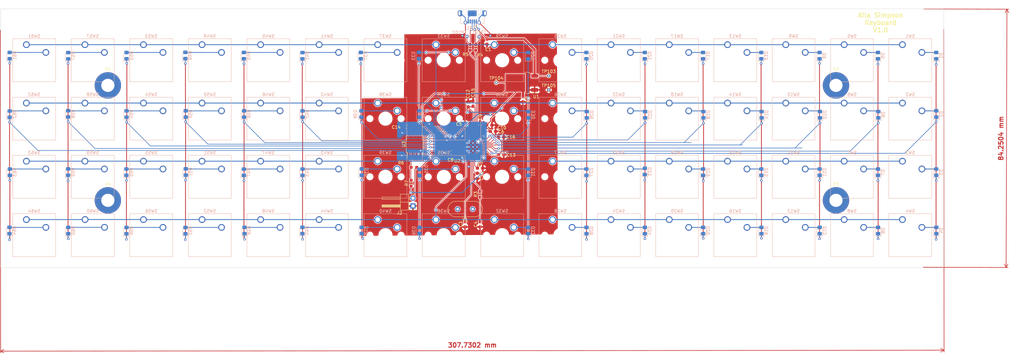
<source format=kicad_pcb>
(kicad_pcb (version 20240108) (generator "pcbnew") (generator_version "8.0")
  (layers (0 "F.Cu" jumper) (31 "B.Cu" signal) (34 "B.Paste" user) (35 "F.Paste" user) (36 "B.SilkS" user "B.Silkscreen") (37 "F.SilkS" user "F.Silkscreen") (38 "B.Mask" user) (39 "F.Mask" user) (44 "Edge.Cuts" user))
  (net 0 "")
  (net 1 "/XOUT")
  (net 2 "VBUS")
  (net 3 "GND")
  (net 4 "+3V3")
  (net 5 "/XIN")
  (net 6 "+1V1")
  (net 7 "/Key Matrix/C1")
  (net 8 "Net-(D1-A)")
  (net 9 "Net-(D2-A)")
  (net 10 "Net-(D3-A)")
  (net 11 "Net-(D4-A)")
  (net 12 "/Key Matrix/C2")
  (net 13 "Net-(D5-A)")
  (net 14 "Net-(D6-A)")
  (net 15 "Net-(D7-A)")
  (net 16 "Net-(D8-A)")
  (net 17 "/Key Matrix/C3")
  (net 18 "Net-(D9-A)")
  (net 19 "Net-(D10-A)")
  (net 20 "Net-(D11-A)")
  (net 21 "Net-(D12-A)")
  (net 22 "/Key Matrix/C4")
  (net 23 "Net-(D13-A)")
  (net 24 "Net-(D14-A)")
  (net 25 "Net-(D15-A)")
  (net 26 "Net-(D16-A)")
  (net 27 "/Key Matrix/C5")
  (net 28 "Net-(D17-A)")
  (net 29 "Net-(D18-A)")
  (net 30 "Net-(D19-A)")
  (net 31 "Net-(D20-A)")
  (net 32 "/Key Matrix/C6")
  (net 33 "Net-(D21-A)")
  (net 34 "Net-(D22-A)")
  (net 35 "Net-(D23-A)")
  (net 36 "Net-(D24-A)")
  (net 37 "/Key Matrix/C7")
  (net 38 "Net-(D25-A)")
  (net 39 "Net-(D26-A)")
  (net 40 "Net-(D27-A)")
  (net 41 "Net-(D28-A)")
  (net 42 "/Key Matrix/C8")
  (net 43 "Net-(D29-A)")
  (net 44 "Net-(D30-A)")
  (net 45 "Net-(D31-A)")
  (net 46 "Net-(D32-A)")
  (net 47 "/Key Matrix/C9")
  (net 48 "Net-(D33-A)")
  (net 49 "Net-(D34-A)")
  (net 50 "Net-(D35-A)")
  (net 51 "Net-(D36-A)")
  (net 52 "/Key Matrix/C10")
  (net 53 "Net-(D37-A)")
  (net 54 "Net-(D38-A)")
  (net 55 "Net-(D39-A)")
  (net 56 "Net-(D40-A)")
  (net 57 "/Key Matrix/C11")
  (net 58 "Net-(D41-A)")
  (net 59 "Net-(D42-A)")
  (net 60 "Net-(D43-A)")
  (net 61 "Net-(D44-A)")
  (net 62 "/Key Matrix/C12")
  (net 63 "Net-(D45-A)")
  (net 64 "Net-(D46-A)")
  (net 65 "Net-(D47-A)")
  (net 66 "Net-(D48-A)")
  (net 67 "/Key Matrix/C13")
  (net 68 "Net-(D49-A)")
  (net 69 "Net-(D50-A)")
  (net 70 "Net-(D51-A)")
  (net 71 "Net-(D52-A)")
  (net 72 "/Key Matrix/C14")
  (net 73 "Net-(D53-A)")
  (net 74 "Net-(D54-A)")
  (net 75 "Net-(D55-A)")
  (net 76 "Net-(D56-A)")
  (net 77 "/Key Matrix/C15")
  (net 78 "Net-(D57-A)")
  (net 79 "Net-(D58-A)")
  (net 80 "Net-(D59-A)")
  (net 81 "Net-(D60-A)")
  (net 82 "/Key Matrix/C16")
  (net 83 "Net-(D61-A)")
  (net 84 "Net-(D62-A)")
  (net 85 "Net-(D63-A)")
  (net 86 "Net-(D64-A)")
  (net 87 "/USB_D+")
  (net 88 "/USB_D-")
  (net 89 "Net-(J2-Pin_2)")
  (net 91 "Net-(U2-USB_DM)")
  (net 92 "/QSPI_SS")
  (net 93 "/Key Matrix/R1")
  (net 94 "/Key Matrix/R2")
  (net 95 "/Key Matrix/R3")
  (net 96 "/Key Matrix/R4")
  (net 97 "/QSPI_SD1")
  (net 98 "/QSPI_SD2")
  (net 99 "/QSPI_SD0")
  (net 100 "/QSPI_SD3")
  (net 101 "Net-(U2-USB_DP)")
  (net 103 "/RUN")
  (net 113 "/QSPI_SCLK")
  (net 116 "Net-(C4-Pad2)")
  (footprint "Crystal:Crystal_HC18-U_Vertical" (layer "F.Cu") (at 219.01 165.35 180)
    (property "Reference" "Y1")
    (property "Value" "Crystal")
  )
  (footprint "TestPoint:TestPoint_THTPad_D1.0mm_Drill0.5mm" (layer "F.Cu") (at 226.7 124.09)
    (property "Reference" "TP104")
    (property "Value" "~")
  )
  (footprint "TestPoint:TestPoint_THTPad_D1.0mm_Drill0.5mm" (layer "F.Cu") (at 243.8 121.89)
    (property "Reference" "TP103")
    (property "Value" "~")
  )
  (footprint "Resistor_SMD:R_0603_1608Metric_Pad0.98x0.95mm_HandSolder" (layer "F.Cu") (at 221.42 160.53 90)
    (property "Reference" "R3")
    (property "Value" "1k1")
  )
  (footprint "Capacitor_SMD:C_0603_1608Metric_Pad1.08x0.95mm_HandSolder" (layer "F.Cu") (at 235.41 129.5 -90)
    (property "Reference" "C2")
    (property "Value" "10u")
  )
  (footprint "Resistor_SMD:R_0603_1608Metric_Pad0.98x0.95mm_HandSolder" (layer "F.Cu") (at 199.83 151.74 180)
    (property "Reference" "R6")
    (property "Value" "1k")
  )
  (footprint "TestPoint:TestPoint_THTPad_D1.0mm_Drill0.5mm" (layer "F.Cu") (at 243.8 126.49)
    (property "Reference" "TP105")
    (property "Value" "~")
  )
  (footprint "RP2040:RP2040-QFN-56" (layer "F.Cu") (at 219.1 145.07)
    (property "Reference" "U2")
    (property "Value" "RP2040")
  )
  (footprint "MountingHole:MountingHole_4.3mm_M4_Pad" (layer "F.Cu") (at 337.5 162.5)
    (property "Reference" "H3")
    (property "Value" "MountingHole")
  )
  (footprint "MountingHole:MountingHole_4.3mm_M4_Pad" (layer "F.Cu") (at 100 125)
    (property "Reference" "H1")
    (property "Value" "MountingHole")
  )
  (footprint "Capacitor_SMD:C_0603_1608Metric_Pad1.08x0.95mm_HandSolder" (layer "F.Cu") (at 228.27 147.65)
    (property "Reference" "C13")
    (property "Value" "100n")
  )
  (footprint "Capacitor_SMD:C_0603_1608Metric_Pad1.08x0.95mm_HandSolder" (layer "F.Cu") (at 221.45 137.93 90)
    (property "Reference" "C9")
    (property "Value" "100n")
  )
  (footprint "Capacitor_SMD:C_0603_1608Metric_Pad1.08x0.95mm_HandSolder" (layer "F.Cu") (at 216.53 170.31 90)
    (property "Reference" "C3")
    (property "Value" "27p")
  )
  (footprint "Capacitor_SMD:C_0603_1608Metric_Pad1.08x0.95mm_HandSolder" (layer "F.Cu") (at 228.27 141.87)
    (property "Reference" "C16")
    (property "Value" "100n")
  )
  (footprint "Capacitor_SMD:C_0603_1608Metric_Pad1.08x0.95mm_HandSolder" (layer "F.Cu") (at 224.42 137.95)
    (property "Reference" "C10")
    (property "Value" "100n")
  )
  (footprint "Resistor_SMD:R_0603_1608Metric_Pad0.98x0.95mm_HandSolder" (layer "F.Cu") (at 219.97 112.63 -90)
    (property "Reference" "R4")
    (property "Value" "27R")
  )
  (footprint "Connector_PinHeader_2.54mm:PinHeader_1x02_P2.54mm_Horizontal" (layer "F.Cu") (at 199.525 164.335 180)
    (property "Reference" "J2")
    (property "Value" "Conn_01x02")
  )
  (footprint "Package_SO:SOIC-8_5.23x5.23mm_P1.27mm" (layer "F.Cu") (at 200.08 144.19 90)
    (property "Reference" "U3")
    (property "Value" "W25Q128JVS")
  )
  (footprint "Resistor_SMD:R_0603_1608Metric_Pad0.98x0.95mm_HandSolder" (layer "F.Cu") (at 218.21 112.63 -90)
    (property "Reference" "R5")
    (property "Value" "27R")
  )
  (footprint "Capacitor_SMD:C_0603_1608Metric_Pad1.08x0.95mm_HandSolder" (layer "F.Cu") (at 225.61 140.01)
    (property "Reference" "C6")
    (property "Value" "1u")
  )
  (footprint "Capacitor_SMD:C_0603_1608Metric_Pad1.08x0.95mm_HandSolder" (layer "F.Cu") (at 197.28 138.5 180)
    (property "Reference" "C14")
    (property "Value" "100n")
  )
  (footprint "Capacitor_SMD:C_0603_1608Metric_Pad1.08x0.95mm_HandSolder" (layer "F.Cu") (at 220.51 154.53 -90)
    (property "Reference" "C11")
    (property "Value" "100n")
  )
  (footprint "Resistor_SMD:R_0603_1608Metric_Pad0.98x0.95mm_HandSolder" (layer "F.Cu") (at 198.91 156.9 90)
    (property "Reference" "R7")
    (property "Value" "DNF")
  )
  (footprint "Capacitor_SMD:C_0603_1608Metric_Pad1.08x0.95mm_HandSolder" (layer "F.Cu") (at 223.67 110.74 -90)
    (property "Reference" "C1")
    (property "Value" "10u")
  )
  (footprint "Capacitor_SMD:C_0603_1608Metric_Pad1.08x0.95mm_HandSolder" (layer "F.Cu") (at 212 146.8 180)
    (property "Reference" "C8")
    (property "Value" "100n")
  )
  (footprint "Capacitor_SMD:C_0603_1608Metric_Pad1.08x0.95mm_HandSolder" (layer "F.Cu") (at 219.14 130.91 90)
    (property "Reference" "C15")
    (property "Value" "100n")
  )
  (footprint "Capacitor_SMD:C_0603_1608Metric_Pad1.08x0.95mm_HandSolder" (layer "F.Cu") (at 221.42 152.01)
    (property "Reference" "C7")
    (property "Value" "100n")
  )
  (footprint "MountingHole:MountingHole_4.3mm_M4_Pad" (layer "F.Cu") (at 100 162.5)
    (property "Reference" "H4")
    (property "Value" "MountingHole")
  )
  (footprint "Capacitor_SMD:C_0603_1608Metric_Pad1.08x0.95mm_HandSolder" (layer "F.Cu") (at 217.35 137.34 180)
    (property "Reference" "C5")
    (property "Value" "1u")
  )
  (footprint "MountingHole:MountingHole_4.3mm_M4_Pad" (layer "F.Cu") (at 337.5 125)
    (property "Reference" "H2")
    (property "Value" "MountingHole")
  )
  (footprint "Capacitor_SMD:C_0603_1608Metric_Pad1.08x0.95mm_HandSolder" (layer "F.Cu") (at 217.52 131.16 90)
    (property "Reference" "C12")
    (property "Value" "100n")
  )
  (footprint "Package_TO_SOT_SMD:TO-252-2" (layer "F.Cu") (at 234.99 124.2 180)
    (property "Reference" "U1")
    (property "Value" "NCP1117-3.3_TO252")
  )
  (footprint "Capacitor_SMD:C_0603_1608Metric_Pad1.08x0.95mm_HandSolder" (layer "F.Cu") (at 221.41 170.3 90)
    (property "Reference" "C4")
    (property "Value" "27p")
  )
  (footprint "Diode_SMD:D_0805_2012Metric_Pad1.15x1.40mm_HandSolder" (layer "B.Cu") (at 106.045 153.2975 90)
    (property "Reference" "D55")
    (property "Value" "1N4148")
  )
  (footprint "Diode_SMD:D_0805_2012Metric_Pad1.15x1.40mm_HandSolder" (layer "B.Cu") (at 294.145 115.2975 90)
    (property "Reference" "D17")
    (property "Value" "1N4148")
  )
  (footprint "Button_Switch_Keyboard:SW_Cherry_MX_1.00u_PCB" (layer "B.Cu") (at 226.0675 111.72 180)
    (property "Reference" "SW29")
    (property "Value" "MX1A")
  )
  (footprint "Button_Switch_Keyboard:SW_Cherry_MX_1.00u_PCB" (layer "B.Cu") (at 340.1775 149.73 180)
    (property "Reference" "SW7")
    (property "Value" "MX1A")
  )
  (footprint "Diode_SMD:D_0805_2012Metric_Pad1.15x1.40mm_HandSolder" (layer "B.Cu") (at 201.49 115.2575 90)
    (property "Reference" "D33")
    (property "Value" "1N4148")
  )
  (footprint "Diode_SMD:D_0805_2012Metric_Pad1.15x1.40mm_HandSolder" (layer "B.Cu") (at 332.1875 172.3475 90)
    (property "Reference" "D12")
    (property "Value" "1N4148")
  )
  (footprint "Button_Switch_Keyboard:SW_Cherry_MX_1.00u_PCB" (layer "B.Cu") (at 207.0175 130.77 180)
    (property "Reference" "SW34")
    (property "Value" "MX1A")
  )
  (footprint "Button_Switch_Keyboard:SW_Cherry_MX_1.00u_PCB" (layer "B.Cu") (at 149.82 130.77 180)
    (property "Reference" "SW46")
    (property "Value" "MX1A")
  )
  (footprint "Button_Switch_Keyboard:SW_Cherry_MX_1.00u_PCB" (layer "B.Cu") (at 149.82 111.72 180)
    (property "Reference" "SW45")
    (property "Value" "MX1A")
  )
  (footprint "Diode_SMD:D_0805_2012Metric_Pad1.15x1.40mm_HandSolder" (layer "B.Cu") (at 370.22 134.32 90)
    (property "Reference" "D2")
    (property "Value" "1N4148")
  )
  (footprint "Diode_SMD:D_0805_2012Metric_Pad1.15x1.40mm_HandSolder" (layer "B.Cu") (at 256.21 134.5625 90)
    (property "Reference" "D26")
    (property "Value" "1N4148")
  )
  (footprint "Button_Switch_Keyboard:SW_Cherry_MX_1.00u_PCB" (layer "B.Cu") (at 226.0675 130.77 180)
    (property "Reference" "SW30")
    (property "Value" "MX1A")
  )
  (footprint "TestPoint:TestPoint_THTPad_D1.0mm_Drill0.5mm" (layer "B.Cu") (at 217.15 109.04 180)
    (property "Reference" "TP102")
    (property "Value" "~")
  )
  (footprint "Diode_SMD:D_0805_2012Metric_Pad1.15x1.40mm_HandSolder" (layer "B.Cu") (at 144.58 172.3375 90)
    (property "Reference" "D48")
    (property "Value" "1N4148")
  )
  (footprint "Diode_SMD:D_0805_2012Metric_Pad1.15x1.40mm_HandSolder" (layer "B.Cu") (at 275.1425 115.2975 90)
    (property "Reference" "D21")
    (property "Value" "1N4148")
  )
  (footprint "Diode_SMD:D_0805_2012Metric_Pad1.15x1.40mm_HandSolder" (layer "B.Cu") (at 201.6475 172.3475 90)
    (property "Reference" "D36")
    (property "Value" "1N4148")
  )
  (footprint "Button_Switch_Keyboard:SW_Cherry_MX_1.00u_PCB" (layer "B.Cu") (at 226.0675 149.73 180)
    (property "Reference" "SW31")
    (property "Value" "MX1A")
  )
  (footprint "Diode_SMD:D_0805_2012Metric_Pad1.15x1.40mm_HandSolder" (layer "B.Cu") (at 144.44 134.3325 90)
    (property "Reference" "D46")
    (property "Value" "1N4148")
  )
  (footprint "Diode_SMD:D_0805_2012Metric_Pad1.15x1.40mm_HandSolder" (layer "B.Cu") (at 201.61 134.33 90)
    (property "Reference" "D34")
    (property "Value" "1N4148")
  )
  (footprint "Diode_SMD:D_0805_2012Metric_Pad1.15x1.40mm_HandSolder" (layer "B.Cu") (at 313.1475 115.2975 90)
    (property "Reference" "D13")
    (property "Value" "1N4148")
  )
  (footprint "Diode_SMD:D_0805_2012Metric_Pad1.15x1.40mm_HandSolder" (layer "B.Cu") (at 67.9 172.3275 90)
    (property "Reference" "D64")
    (property "Value" "1N4148")
  )
  (footprint "Diode_SMD:D_0805_2012Metric_Pad1.15x1.40mm_HandSolder" (layer "B.Cu") (at 351.2 115.2975 90)
    (property "Reference" "D5")
    (property "Value" "1N4148")
  )
  (footprint "Button_Switch_Keyboard:SW_Cherry_MX_1.00u_PCB" (layer "B.Cu") (at 321.1275 130.77 180)
    (property "Reference" "SW10")
    (property "Value" "MX1A")
  )
  (footprint "Button_Switch_Keyboard:SW_Cherry_MX_1.00u_PCB" (layer "B.Cu") (at 111.625 149.73 180)
    (property "Reference" "SW55")
    (property "Value" "MX1A")
  )
  (footprint "Diode_SMD:D_0805_2012Metric_Pad1.15x1.40mm_HandSolder" (layer "B.Cu") (at 106.065 172.3775 90)
    (property "Reference" "D56")
    (property "Value" "1N4148")
  )
  (footprint "Diode_SMD:D_0805_2012Metric_Pad1.15x1.40mm_HandSolder" (layer "B.Cu") (at 237.09 115.2975 90)
    (property "Reference" "D29")
    (property "Value" "1N4148")
  )
  (footprint "Diode_SMD:D_0805_2012Metric_Pad1.15x1.40mm_HandSolder" (layer "B.Cu") (at 87.0775 172.3575 90)
    (property "Reference" "D60")
    (property "Value" "1N4148")
  )
  (footprint "Diode_SMD:D_0805_2012Metric_Pad1.15x1.40mm_HandSolder" (layer "B.Cu") (at 87.0475 134.28 90)
    (property "Reference" "D58")
    (property "Value" "1N4148")
  )
  (footprint "Button_Switch_Keyboard:SW_Cherry_MX_1.00u_PCB" (layer "B.Cu") (at 245.07 149.73 180)
    (property "Reference" "SW27")
    (property "Value" "MX1A")
  )
  (footprint "Button_Switch_Keyboard:SW_Cherry_MX_1.00u_PCB" (layer "B.Cu") (at 168.9175 149.73 180)
    (property "Reference" "SW43")
    (property "Value" "MX1A")
  )
  (footprint "Button_Switch_Keyboard:SW_Cherry_MX_1.00u_PCB" (layer "B.Cu") (at 340.1775 111.72 180)
    (property "Reference" "SW5")
    (property "Value" "MX1A")
  )
  (footprint "Diode_SMD:D_0805_2012Metric_Pad1.15x1.40mm_HandSolder" (layer "B.Cu") (at 182.695 134.3225 90)
    (property "Reference" "D38")
    (property "Value" "1N4148")
  )
  (footprint "Button_Switch_Keyboard:SW_Cherry_MX_1.00u_PCB" (layer "B.Cu") (at 111.625 168.78 180)
    (property "Reference" "SW56")
    (property "Value" "MX1A")
  )
  (footprint "Button_Switch_Keyboard:SW_Cherry_MX_1.00u_PCB" (layer "B.Cu") (at 73.43 149.73 180)
    (property "Reference" "SW63")
    (property "Value" "MX1A")
  )
  (footprint "Diode_SMD:D_0805_2012Metric_Pad1.15x1.40mm_HandSolder" (layer "B.Cu") (at 237.2075 134.5625 90)
    (property "Reference" "D30")
    (property "Value" "1N4148")
  )
  (footprint "Button_Switch_Keyboard:SW_Cherry_MX_1.00u_PCB" (layer "B.Cu") (at 92.5275 149.73 180)
    (property "Reference" "SW59")
    (property "Value" "MX1A")
  )
  (footprint "Diode_SMD:D_0805_2012Metric_Pad1.15x1.40mm_HandSolder" (layer "B.Cu") (at 294.1825 172.3475 90)
    (property "Reference" "D20")
    (property "Value" "1N4148")
  )
  (footprint "Button_Switch_Keyboard:SW_Cherry_MX_1.00u_PCB" (layer "B.Cu") (at 92.57 168.76 180)
    (property "Reference" "SW60")
    (property "Value" "MX1A")
  )
  (footprint "Diode_SMD:D_0805_2012Metric_Pad1.15x1.40mm_HandSolder" (layer "B.Cu") (at 163.51 134.3525 90)
    (property "Reference" "D42")
    (property "Value" "1N4148")
  )
  (footprint "Button_Switch_Keyboard:SW_Cherry_MX_1.00u_PCB" (layer "B.Cu") (at 130.7225 168.78 180)
    (property "Reference" "SW52")
    (property "Value" "MX1A")
  )
  (footprint "Diode_SMD:D_0805_2012Metric_Pad1.15x1.40mm_HandSolder" (layer "B.Cu") (at 275.26 134.5625 90)
    (property "Reference" "D22")
    (property "Value" "1N4148")
  )
  (footprint "Diode_SMD:D_0805_2012Metric_Pad1.15x1.40mm_HandSolder" (layer "B.Cu") (at 294.1525 153.3075 90)
    (property "Reference" "D19")
    (property "Value" "1N4148")
  )
  (footprint "Diode_SMD:D_0805_2012Metric_Pad1.15x1.40mm_HandSolder" (layer "B.Cu") (at 237.1275 172.3475 90)
    (property "Reference" "D32")
    (property "Value" "1N4148")
  )
  (footprint "Diode_SMD:D_0805_2012Metric_Pad1.15x1.40mm_HandSolder" (layer "B.Cu") (at 370.21 153.3075 90)
    (property "Reference" "D3")
    (property "Value" "1N4148")
  )
  (footprint "Button_Switch_Keyboard:SW_Cherry_MX_1.00u_PCB" (layer "B.Cu") (at 188.015 111.72 180)
    (property "Reference" "SW37")
    (property "Value" "MX1A")
  )
  (footprint "Button_Switch_Keyboard:SW_Cherry_MX_1.00u_PCB" (layer "B.Cu") (at 283.1225 130.77 180)
    (property "Reference" "SW18")
    (property "Value" "MX1A")
  )
  (footprint "Diode_SMD:D_0805_2012Metric_Pad1.15x1.40mm_HandSolder" (layer "B.Cu") (at 144.3625 115.2875 90)
    (property "Reference" "D45")
    (property "Value" "1N4148")
  )
  (footprint "Button_Switch_Keyboard:SW_Cherry_MX_1.00u_PCB" (layer "B.Cu") (at 359.18 149.73 180)
    (property "Reference" "SW3")
    (property "Value" "MX1A")
  )
  (footprint "Diode_SMD:D_0805_2012Metric_Pad1.15x1.40mm_HandSolder" (layer "B.Cu") (at 125.4125 134.32 90)
    (property "Reference" "D50")
    (property "Value" "1N4148")
  )
  (footprint "Diode_SMD:D_0805_2012Metric_Pad1.15x1.40mm_HandSolder" (layer "B.Cu") (at 332.2675 134.5625 90)
    (property "Reference" "D10")
    (property "Value" "1N4148")
  )
  (footprint "Button_Switch_Keyboard:SW_Cherry_MX_1.00u_PCB" (layer "B.Cu") (at 73.43 168.78 180)
    (property "Reference" "SW64")
    (property "Value" "MX1A")
  )
  (footprint "Button_Switch_Keyboard:SW_Cherry_MX_1.00u_PCB" (layer "B.Cu") (at 340.1775 168.78 180)
    (property "Reference" "SW8")
    (property "Value" "MX1A")
  )
  (footprint "Diode_SMD:D_0805_2012Metric_Pad1.15x1.40mm_HandSolder" (layer "B.Cu") (at 67.98 115.2775 90)
    (property "Reference" "D61")
    (property "Value" "1N4148")
  )
  (footprint "Diode_SMD:D_0805_2012Metric_Pad1.15x1.40mm_HandSolder" (layer "B.Cu") (at 182.5075 115.2775 90)
    (property "Reference" "D37")
    (property "Value" "1N4148")
  )
  (footprint "Button_Switch_Keyboard:SW_Cherry_MX_1.00u_PCB" (layer "B.Cu") (at 92.5275 130.77 180)
    (property "Reference" "SW58")
    (property "Value" "MX1A")
  )
  (footprint "Connector_USB:USB_Micro-AB_Molex_47590-0001" (layer "B.Cu") (at 218.85 101.15)
    (property "Reference" "J101")
    (property "Value" "USB_B_Micro")
    (fp_line (start -2.8 -1.1) (end -3.75 -1.1) (stroke (width 0.1)) (layer "Edge.Cuts"))
    (fp_line (start -2.8 -1.1) (end -2.8 0.475) (stroke (width 0.1)) (layer "Edge.Cuts"))
    (fp_line (start -1.95 -1.1) (end -1.95 0.475) (stroke (width 0.1)) (layer "Edge.Cuts"))
    (fp_line (start 1.95 -1.1) (end -1.95 -1.1) (stroke (width 0.1)) (layer "Edge.Cuts"))
    (fp_line (start 1.95 -1.1) (end 1.95 0.475) (stroke (width 0.1)) (layer "Edge.Cuts"))
    (fp_line (start 2.8 -1.1) (end 2.8 0.475) (stroke (width 0.1)) (layer "Edge.Cuts"))
    (fp_line (start 3.75 -1.1) (end 2.8 -1.1) (stroke (width 0.1)) (layer "Edge.Cuts"))
    (fp_arc (start -1.95 0.475) (mid -2.375 0.9) (end -2.8 0.475) (stroke (width 0.1)) (layer "Edge.Cuts"))
    (fp_arc (start 2.8 0.475) (mid 2.375 0.9) (end 1.95 0.475) (stroke (width 0.1)) (layer "Edge.Cuts"))
  )
  (footprint "Diode_SMD:D_0805_2012Metric_Pad1.15x1.40mm_HandSolder" (layer "B.Cu") (at 67.97 134.3875 90)
    (property "Reference" "D62")
    (property "Value" "1N4148")
  )
  (footprint "Diode_SMD:D_0805_2012Metric_Pad1.15x1.40mm_HandSolder" (layer "B.Cu") (at 351.3175 134.5625 90)
    (property "Reference" "D6")
    (property "Value" "1N4148")
  )
  (footprint "Diode_SMD:D_0805_2012Metric_Pad1.15x1.40mm_HandSolder" (layer "B.Cu") (at 256.1 153.3075 90)
    (property "Reference" "D27")
    (property "Value" "1N4148")
  )
  (footprint "Button_Switch_Keyboard:SW_Cherry_MX_1.00u_PCB" (layer "B.Cu") (at 168.9175 168.78 180)
    (property "Reference" "SW44")
    (property "Value" "MX1A")
  )
  (footprint "Diode_SMD:D_0805_2012Metric_Pad1.15x1.40mm_HandSolder" (layer "B.Cu") (at 106.095 134.34 90)
    (property "Reference" "D54")
    (property "Value" "1N4148")
  )
  (footprint "Button_Switch_Keyboard:SW_Cherry_MX_1.00u_PCB" (layer "B.Cu") (at 168.9175 130.77 180)
    (property "Reference" "SW42")
    (property "Value" "MX1A")
  )
  (footprint "Button_Switch_Keyboard:SW_Cherry_MX_1.00u_PCB" (layer "B.Cu") (at 359.18 130.77 180)
    (property "Reference" "SW2")
    (property "Value" "MX1A")
  )
  (footprint "Diode_SMD:D_0805_2012Metric_Pad1.15x1.40mm_HandSolder" (layer "B.Cu") (at 332.1575 153.3075 90)
    (property "Reference" "D11")
    (property "Value" "1N4148")
  )
  (footprint "Diode_SMD:D_0805_2012Metric_Pad1.15x1.40mm_HandSolder" (layer "B.Cu") (at 163.5075 153.3275 90)
    (property "Reference" "D43")
    (property "Value" "1N4148")
  )
  (footprint "Button_Switch_Keyboard:SW_Cherry_MX_1.00u_PCB" (layer "B.Cu") (at 245.07 130.77 180)
    (property "Reference" "SW26")
    (property "Value" "MX1A")
  )
  (footprint "Diode_SMD:D_0805_2012Metric_Pad1.15x1.40mm_HandSolder" (layer "B.Cu") (at 256.13 172.3475 90)
    (property "Reference" "D28")
    (property "Value" "1N4148")
  )
  (footprint "Button_Switch_Keyboard:SW_Cherry_MX_1.00u_PCB" (layer "B.Cu") (at 207.0175 111.72 180)
    (property "Reference" "SW33")
    (property "Value" "MX1A")
  )
  (footprint "Diode_SMD:D_0805_2012Metric_Pad1.15x1.40mm_HandSolder" (layer "B.Cu") (at 163.48 115.3275 90)
    (property "Reference" "D41")
    (property "Value" "1N4148")
  )
  (footprint "Diode_SMD:D_0805_2012Metric_Pad1.15x1.40mm_HandSolder" (layer "B.Cu") (at 163.4575 172.3175 90)
    (property "Reference" "D44")
    (property "Value" "1N4148")
  )
  (footprint "Button_Switch_Keyboard:SW_Cherry_MX_1.00u_PCB" (layer "B.Cu") (at 111.625 130.77 180)
    (property "Reference" "SW54")
    (property "Value" "MX1A")
  )
  (footprint "Button_Switch_Keyboard:SW_Cherry_MX_1.00u_PCB" (layer "B.Cu") (at 283.1225 149.73 180)
    (property "Reference" "SW19")
    (property "Value" "MX1A")
  )
  (footprint "Button_Switch_Keyboard:SW_Cherry_MX_1.00u_PCB" (layer "B.Cu") (at 302.125 111.72 180)
    (property "Reference" "SW13")
    (property "Value" "MX1A")
  )
  (footprint "Diode_SMD:D_0805_2012Metric_Pad1.15x1.40mm_HandSolder" (layer "B.Cu") (at 87.07 115.3375 90)
    (property "Reference" "D57")
    (property "Value" "1N4148")
  )
  (footprint "Button_Switch_Keyboard:SW_Cherry_MX_1.00u_PCB" (layer "B.Cu") (at 130.7225 130.77 180)
    (property "Reference" "SW50")
    (property "Value" "MX1A")
  )
  (footprint "Diode_SMD:D_0805_2012Metric_Pad1.15x1.40mm_HandSolder" (layer "B.Cu") (at 87.0475 153.2775 90)
    (property "Reference" "D59")
    (property "Value" "1N4148")
  )
  (footprint "Button_Switch_Keyboard:SW_Cherry_MX_1.00u_PCB" (layer "B.Cu") (at 226.0675 168.78 180)
    (property "Reference" "SW32")
    (property "Value" "MX1A")
  )
  (footprint "Button_Switch_Keyboard:SW_Cherry_MX_1.00u_PCB" (layer "B.Cu") (at 130.7225 111.72 180)
    (property "Reference" "SW49")
    (property "Value" "MX1A")
  )
  (footprint "Diode_SMD:D_0805_2012Metric_Pad1.15x1.40mm_HandSolder" (layer "B.Cu") (at 201.6575 153.3975 90)
    (property "Reference" "D35")
    (property "Value" "1N4148")
  )
  (footprint "Diode_SMD:D_0805_2012Metric_Pad1.15x1.40mm_HandSolder" (layer "B.Cu") (at 275.18 172.3475 90)
    (property "Reference" "D24")
    (property "Value" "1N4148")
  )
  (footprint "Diode_SMD:D_0805_2012Metric_Pad1.15x1.40mm_HandSolder" (layer "B.Cu") (at 144.36 153.3375 90)
    (property "Reference" "D47")
    (property "Value" "1N4148")
  )
  (footprint "Diode_SMD:D_0805_2012Metric_Pad1.15x1.40mm_HandSolder" (layer "B.Cu") (at 313.185 172.3475 90)
    (property "Reference" "D16")
    (property "Value" "1N4148")
  )
  (footprint "Button_Switch_Keyboard:SW_Cherry_MX_1.00u_PCB" (layer "B.Cu") (at 302.125 130.77 180)
    (property "Reference" "SW14")
    (property "Value" "MX1A")
  )
  (footprint "Button_Switch_Keyboard:SW_Cherry_MX_1.00u_PCB" (layer "B.Cu") (at 264.12 149.73 180)
    (property "Reference" "SW23")
    (property "Value" "MX1A")
  )
  (footprint "Button_Switch_Keyboard:SW_Cherry_MX_1.00u_PCB" (layer "B.Cu") (at 302.125 149.73 180)
    (property "Reference" "SW15")
    (property "Value" "MX1A")
  )
  (footprint "Button_Switch_Keyboard:SW_Cherry_MX_1.00u_PCB" (layer "B.Cu") (at 73.43 111.72 180)
    (property "Reference" "SW61")
    (property "Value" "MX1A")
  )
  (footprint "Diode_SMD:D_0805_2012Metric_Pad1.15x1.40mm_HandSolder" (layer "B.Cu") (at 313.265 134.5625 90)
    (property "Reference" "D14")
    (property "Value" "1N4148")
  )
  (footprint "Diode_SMD:D_0805_2012Metric_Pad1.15x1.40mm_HandSolder" (layer "B.Cu") (at 370.2025 115.2975 90)
    (property "Reference" "D1")
    (property "Value" "1N4148")
  )
  (footprint "Button_Switch_Keyboard:SW_Cherry_MX_1.00u_PCB" (layer "B.Cu") (at 73.43 130.77 180)
    (property "Reference" "SW62")
    (property "Value" "MX1A")
  )
  (footprint "Diode_SMD:D_0805_2012Metric_Pad1.15x1.40mm_HandSolder" (layer "B.Cu") (at 106.0975 115.2975 90)
    (property "Reference" "D53")
    (property "Value" "1N4148")
  )
  (footprint "Diode_SMD:D_0805_2012Metric_Pad1.15x1.40mm_HandSolder" (layer "B.Cu") (at 313.155 153.3075 90)
    (property "Reference" "D15")
    (property "Value" "1N4148")
  )
  (footprint "Button_Switch_Keyboard:SW_Cherry_MX_1.00u_PCB" (layer "B.Cu") (at 92.5275 111.72 180)
    (property "Reference" "SW57")
    (property "Value" "MX1A")
  )
  (footprint "Diode_SMD:D_0805_2012Metric_Pad1.15x1.40mm_HandSolder" (layer "B.Cu") (at 256.0925 115.2975 90)
    (property "Reference" "D25")
    (property "Value" "1N4148")
  )
  (footprint "Diode_SMD:D_0805_2012Metric_Pad1.15x1.40mm_HandSolder" (layer "B.Cu") (at 370.24 172.3475 90)
    (property "Reference" "D4")
    (property "Value" "1N4148")
  )
  (footprint "Button_Switch_Keyboard:SW_Cherry_MX_1.00u_PCB" (layer "B.Cu") (at 245.07 168.78 180)
    (property "Reference" "SW28")
    (property "Value" "MX1A")
  )
  (footprint "Button_Switch_Keyboard:SW_Cherry_MX_1.00u_PCB" (layer "B.Cu") (at 207.0175 168.78 180)
    (property "Reference" "SW36")
    (property "Value" "MX1A")
  )
  (footprint "Button_Switch_Keyboard:SW_Cherry_MX_1.00u_PCB" (layer "B.Cu") (at 130.7225 149.73 180)
    (property "Reference" "SW51")
    (property "Value" "MX1A")
  )
  (footprint "Button_Switch_Keyboard:SW_Cherry_MX_1.00u_PCB" (layer "B.Cu") (at 321.1275 168.78 180)
    (property "Reference" "SW12")
    (property "Value" "MX1A")
  )
  (footprint "Diode_SMD:D_0805_2012Metric_Pad1.15x1.40mm_HandSolder" (layer "B.Cu") (at 275.15 153.0625 90)
    (property "Reference" "D23")
    (property "Value" "1N4148")
  )
  (footprint "Button_Switch_Keyboard:SW_Cherry_MX_1.00u_PCB" (layer "B.Cu") (at 188.015 130.77 180)
    (property "Reference" "SW38")
    (property "Value" "MX1A")
  )
  (footprint "Diode_SMD:D_0805_2012Metric_Pad1.15x1.40mm_HandSolder" (layer "B.Cu") (at 332.15 115.2975 90)
    (property "Reference" "D9")
    (property "Value" "1N4148")
  )
  (footprint "Button_Switch_Keyboard:SW_Cherry_MX_1.00u_PCB" (layer "B.Cu") (at 321.1275 149.73 180)
    (property "Reference" "SW11")
    (property "Value" "MX1A")
  )
  (footprint "Button_Switch_Keyboard:SW_Cherry_MX_1.00u_PCB" (layer "B.Cu") (at 264.12 111.72 180)
    (property "Reference" "SW21")
    (property "Value" "MX1A")
  )
  (footprint "Diode_SMD:D_0805_2012Metric_Pad1.15x1.40mm_HandSolder" (layer "B.Cu") (at 351.2075 153.3075 90)
    (property "Reference" "D7")
    (property "Value" "1N4148")
  )
  (footprint "Diode_SMD:D_0805_2012Metric_Pad1.15x1.40mm_HandSolder" (layer "B.Cu") (at 125.4125 153.2375 90)
    (property "Reference" "D51")
    (property "Value" "1N4148")
  )
  (footprint "Button_Switch_Keyboard:SW_Cherry_MX_1.00u_PCB" (layer "B.Cu") (at 359.18 111.72 180)
    (property "Reference" "SW1")
    (property "Value" "MX1A")
  )
  (footprint "Button_Switch_Keyboard:SW_Cherry_MX_1.00u_PCB" (layer "B.Cu") (at 188.015 149.73 180)
    (property "Reference" "SW39")
    (property "Value" "MX1A")
  )
  (footprint "Button_Switch_Keyboard:SW_Cherry_MX_1.00u_PCB" (layer "B.Cu") (at 302.125 168.78 180)
    (property "Reference" "SW16")
    (property "Value" "MX1A")
  )
  (footprint "Button_Switch_Keyboard:SW_Cherry_MX_1.00u_PCB" (layer "B.Cu") (at 149.82 149.73 180)
    (property "Reference" "SW47")
    (property "Value" "MX1A")
  )
  (footprint "Button_Switch_Keyboard:SW_Cherry_MX_1.00u_PCB" (layer "B.Cu") (at 207.05 149.77 180)
    (property "Reference" "SW35")
    (property "Value" "MX1A")
  )
  (footprint "Button_Switch_Keyboard:SW_Cherry_MX_1.00u_PCB" (layer "B.Cu") (at 283.1225 168.78 180)
    (property "Reference" "SW20")
    (property "Value" "MX1A")
  )
  (footprint "Button_Switch_Keyboard:SW_Cherry_MX_1.00u_PCB" (layer "B.Cu") (at 283.1225 111.72 180)
    (property "Reference" "SW17")
    (property "Value" "MX1A")
  )
  (footprint "Button_Switch_Keyboard:SW_Cherry_MX_1.00u_PCB" (layer "B.Cu") (at 111.625 111.72 180)
    (property "Reference" "SW53")
    (property "Value" "MX1A")
  )
  (footprint "TestPoint:TestPoint_THTPad_D1.0mm_Drill0.5mm" (layer "B.Cu") (at 221.1 109.14 180)
    (property "Reference" "TP101")
    (property "Value" "~")
  )
  (footprint "Diode_SMD:D_0805_2012Metric_Pad1.15x1.40mm_HandSolder" (layer "B.Cu") (at 294.2625 134.5625 90)
    (property "Reference" "D18")
    (property "Value" "1N4148")
  )
  (footprint "Button_Switch_Keyboard:SW_Cherry_MX_1.00u_PCB" (layer "B.Cu") (at 264.12 168.78 180)
    (property "Reference" "SW24")
    (property "Value" "MX1A")
  )
  (footprint "Diode_SMD:D_0805_2012Metric_Pad1.15x1.40mm_HandSolder" (layer "B.Cu") (at 125.275 115.2475 90)
    (property "Reference" "D49")
    (property "Value" "1N4148")
  )
  (footprint "Diode_SMD:D_0805_2012Metric_Pad1.15x1.40mm_HandSolder" (layer "B.Cu") (at 182.82 153.2675 90)
    (property "Reference" "D39")
    (property "Value" "1N4148")
  )
  (footprint "Button_Switch_Keyboard:SW_Cherry_MX_1.00u_PCB" (layer "B.Cu") (at 340.1775 130.77 180)
    (property "Reference" "SW6")
    (property "Value" "MX1A")
  )
  (footprint "Button_Switch_Keyboard:SW_Cherry_MX_1.00u_PCB" (layer "B.Cu") (at 359.18 168.78 180)
    (property "Reference" "SW4")
    (property "Value" "MX1A")
  )
  (footprint "Button_Switch_Keyboard:SW_Cherry_MX_1.00u_PCB" (layer "B.Cu") (at 188.015 168.78 180)
    (property "Reference" "SW40")
    (property "Value" "MX1A")
  )
  (footprint "Diode_SMD:D_0805_2012Metric_Pad1.15x1.40mm_HandSolder" (layer "B.Cu") (at 125.3125 172.3875 90)
    (property "Reference" "D52")
    (property "Value" "1N4148")
  )
  (footprint "Button_Switch_Keyboard:SW_Cherry_MX_1.00u_PCB" (layer "B.Cu") (at 168.9175 111.72 180)
    (property "Reference" "SW41")
    (property "Value" "MX1A")
  )
  (footprint "Diode_SMD:D_0805_2012Metric_Pad1.15x1.40mm_HandSolder" (layer "B.Cu") (at 351.2375 172.3475 90)
    (property "Reference" "D8")
    (property "Value" "1N4148")
  )
  (footprint "Button_Switch_Keyboard:SW_Cherry_MX_1.00u_PCB" (layer "B.Cu") (at 149.82 168.78 180)
    (property "Reference" "SW48")
    (property "Value" "MX1A")
  )
  (footprint "Button_Switch_Keyboard:SW_Cherry_MX_1.00u_PCB" (layer "B.Cu") (at 245.07 111.72 180)
    (property "Reference" "SW25")
    (property "Value" "MX1A")
  )
  (footprint "Diode_SMD:D_0805_2012Metric_Pad1.15x1.40mm_HandSolder" (layer "B.Cu") (at 68.03 153.3075 90)
    (property "Reference" "D63")
    (property "Value" "1N4148")
  )
  (footprint "Button_Switch_Keyboard:SW_Cherry_MX_1.00u_PCB" (layer "B.Cu") (at 321.1275 111.72 180)
    (property "Reference" "SW9")
    (property "Value" "MX1A")
  )
  (footprint "Diode_SMD:D_0805_2012Metric_Pad1.15x1.40mm_HandSolder" (layer "B.Cu") (at 237.0975 153.3075 90)
    (property "Reference" "D31")
    (property "Value" "1N4148")
  )
  (footprint "Diode_SMD:D_0805_2012Metric_Pad1.15x1.40mm_HandSolder" (layer "B.Cu") (at 182.78 172.31 90)
    (property "Reference" "D40")
    (property "Value" "1N4148")
  )
  (footprint "Button_Switch_Keyboard:SW_Cherry_MX_1.00u_PCB" (layer "B.Cu") (at 264.12 130.77 180)
    (property "Reference" "SW22")
    (property "Value" "MX1A")
  )
  (gr_rect (start 65.05 100.06) (end 372.63 184.48) (stroke (width 0.1)) (fill none) (layer "Edge.Cuts"))
  (gr_text "Aila Simpson\nKeyboard\nV1.0" (at 352.04 104.52 0) (layer "F.SilkS") (effects (font (size 1.5 1.5) (thickness 0.3))))
  (dimension (type aligned) (layer "F.Cu") (pts (xy 365.71 100.07) (xy 365.45 184.32)) (height -27.550951) (gr_text "84.2504 mm" (at 391.330829 142.274468 89.82318273) (layer "F.Cu") (effects (font (size 1.5 1.5) (thickness 0.3)))) (format (prefix "") (suffix "") (units 3) (units_format 1) (precision 4)) (style (thickness 0.2) (arrow_length 1.27) (text_position_mode 0) (extension_height 0.58642) (extension_offset 0.5) keep_text_aligned))
  (dimension (type aligned) (layer "F.Cu") (pts (xy 64.92 106.5) (xy 372.65 106.18)) (height 105.20134) (gr_text "307.7302 mm" (at 218.892524 209.741284 0.05958029063) (layer "F.Cu") (effects (font (size 1.5 1.5) (thickness 0.3)))) (format (prefix "") (suffix "") (units 3) (units_format 1) (precision 4)) (style (thickness 0.2) (arrow_length 1.27) (text_position_mode 0) (extension_height 0.58642) (extension_offset 0.5) keep_text_aligned))
  (segment (start 218.9 148.5075) (end 218.9 155.91) (width 0.2) (layer "F.Cu") (net 1))
  (segment (start 221.41 158.42) (end 221.41 159.6075) (width 0.2) (layer "F.Cu") (net 1))
  (segment (start 218.9 155.91) (end 221.41 158.42) (width 0.2) (layer "F.Cu") (net 1))
  (segment (start 223.67 109.8775) (end 235.7375 109.8775) (width 0.7) (layer "F.Cu") (net 2))
  (segment (start 243.77 121.92) (end 243.8 121.89) (width 0.25) (layer "F.Cu") (net 2))
  (segment (start 221 107.2075) (end 223.67 109.8775) (width 0.25) (layer "F.Cu") (net 2))
  (segment (start 237.66 111.8) (end 239.19 113.33) (width 0.7) (layer "F.Cu") (net 2))
  (segment (start 239.19 121.92) (end 243.77 121.92) (width 0.25) (layer "F.Cu") (net 2))
  (segment (start 221 106.69) (end 221 107.2075) (width 0.25) (layer "F.Cu") (net 2))
  (segment (start 235.7375 109.8775) (end 237.66 111.8) (width 0.7) (layer "F.Cu") (net 2))
  (segment (start 239.19 113.33) (end 239.19 121.92) (width 0.7) (layer "F.Cu") (net 2))
  (segment (start 223.07 109.2775) (end 223.67 109.8775) (width 0.2) (layer "F.Cu") (net 2))
  (via (at 221 106.69) (size 0.8) (drill 0.4) (layers "F.Cu" "B.Cu") (net 2))
  (segment (start 220.15 105.84) (end 221 106.69) (width 0.25) (layer "B.Cu") (net 2))
  (segment (start 220.15 104.175) (end 220.15 105.84) (width 0.25) (layer "B.Cu") (net 2))
  (segment (start 209.57 146.95) (end 210.9875 146.95) (width 0.25) (layer "F.Cu") (net 3))
  (segment (start 201.985 146.295) (end 202 146.28) (width 0.5) (layer "F.Cu") (net 3))
  (segment (start 224.76 108.78) (end 224.76 108.185) (width 0.25) (layer "F.Cu") (net 3))
  (segment (start 224.76 108.185) (end 221.075 104.5) (width 0.25) (layer "F.Cu") (net 3))
  (segment (start 216.625 104.5) (end 216.625 107.815) (width 0.25) (layer "F.Cu") (net 3))
  (segment (start 210.9875 146.95) (end 211.1375 146.8) (width 0.25) (layer "F.Cu") (net 3))
  (segment (start 218.1 148.5075) (end 218.1 146.07) (width 0.2) (layer "F.Cu") (net 3))
  (segment (start 201.985 147.79) (end 201.985 146.295) (width 0.5) (layer "F.Cu") (net 3))
  (segment (start 216.625 107.815) (end 215.65 108.79) (width 0.25) (layer "F.Cu") (net 3))
  (via (at 202 146.28) (size 0.8) (drill 0.4) (layers "F.Cu" "B.Cu") (net 3))
  (via (at 217.75 151.49) (size 0.8) (drill 0.4) (layers "F.Cu" "B.Cu") (net 3))
  (via (at 195.85 147.89) (size 0.8) (drill 0.4) (layers "F.Cu" "B.Cu") (net 3))
  (via (at 215.6 141.59) (size 0.8) (drill 0.4) (layers "F.Cu" "B.Cu") (net 3))
  (via (at 209.57 146.95) (size 0.8) (drill 0.4) (layers "F.Cu" "B.Cu") (net 3))
  (via (at 210.58 142.92) (size 0.8) (drill 0.4) (layers "F.Cu" "B.Cu") (net 3))
  (via (at 224.76 108.78) (size 0.8) (drill 0.4) (layers "F.Cu" "B.Cu") (net 3))
  (via (at 215.55 148.59) (size 0.8) (drill 0.4) (layers "F.Cu" "B.Cu") (net 3))
  (via (at 204.84 137.63) (size 0.8) (drill 0.4) (layers "F.Cu" "B.Cu") (net 3))
  (via (at 196 140.49) (size 0.8) (drill 0.4) (layers "F.Cu" "B.Cu") (net 3))
  (via (at 215.65 108.79) (size 0.8) (drill 0.4) (layers "F.Cu" "B.Cu") (net 3))
  (segment (start 221.075 104.5) (end 221.075 103.0125) (width 0.25) (layer "B.Cu") (net 3))
  (segment (start 217.55 104.175) (end 217.55 102.8) (width 0.25) (layer "B.Cu") (net 3))
  (segment (start 221.075 103.0125) (end 222.5875 101.5) (width 0.25) (layer "B.Cu") (net 3))
  (segment (start 204.71 137.76) (end 204.84 137.63) (width 0.28) (layer "B.Cu") (net 3))
  (segment (start 216.625 104.5) (end 216.625 103.0125) (width 0.25) (layer "B.Cu") (net 3))
  (segment (start 217.225 104.5) (end 217.55 104.175) (width 0.25) (layer "B.Cu") (net 3))
  (segment (start 216.625 103.0125) (end 215.1125 101.5) (width 0.25) (layer "B.Cu") (net 3))
  (segment (start 204.71 138.87) (end 204.71 137.76) (width 0.28) (layer "B.Cu") (net 3))
  (segment (start 216.625 104.5) (end 217.225 104.5) (width 0.25) (layer "B.Cu") (net 3))
  (segment (start 206.69 144.07) (end 206.69 140.85) (width 0.28) (layer "B.Cu") (net 3))
  (segment (start 217.55 102.8) (end 218.85 101.5) (width 0.25) (layer "B.Cu") (net 3))
  (segment (start 206.69 140.85) (end 204.71 138.87) (width 0.28) (layer "B.Cu") (net 3))
  (segment (start 209.57 146.95) (end 206.69 144.07) (width 0.28) (layer "B.Cu") (net 3))
  (segment (start 232.89 124.2) (end 232.89 127.45) (width 0.28) (layer "F.Cu") (net 4))
  (segment (start 223.5575 137.95) (end 223.5575 138.82) (width 0.28) (layer "F.Cu") (net 4))
  (segment (start 216.61 145.66) (end 216.61 142.885025) (width 0.2) (layer "F.Cu") (net 4))
  (segment (start 221.7 141.6325) (end 221.7 141.08) (width 0.2) (layer "F.Cu") (net 4))
  (segment (start 219.3 147.57) (end 219.88 146.99) (width 0.2) (layer "F.Cu") (net 4))
  (segment (start 222.005025 146.07) (end 222.5375 146.07) (width 0.2) (layer "F.Cu") (net 4))
  (segment (start 219.88 146.99) (end 221.085025 146.99) (width 0.2) (layer "F.Cu") (net 4))
  (segment (start 221.3 141.6325) (end 221.3 140.75) (width 0.2) (layer "F.Cu") (net 4))
  (segment (start 215.6625 146.07) (end 216.2 146.07) (width 0.2) (layer "F.Cu") (net 4))
  (segment (start 227.4075 141.87) (end 227.4075 142.2975) (width 0.28) (layer "F.Cu") (net 4))
  (segment (start 221.3 140.75) (end 223.5575 138.4925) (width 0.2) (layer "F.Cu") (net 4))
  (segment (start 228.29 132.39) (end 225.82 134.86) (width 0.28) (layer "F.Cu") (net 4))
  (segment (start 235.41 128.6375) (end 235.41 126.72) (width 0.7) (layer "F.Cu") (net 4))
  (segment (start 220.03 153.7) (end 220.47 153.7) (width 0.2) (layer "F.Cu") (net 4))
  (segment (start 209.64 127.67) (end 206.52 127.67) (width 0.28) (layer "F.Cu") (net 4))
  (segment (start 202.59 131.6) (end 202.59 136.876519) (width 0.28) (layer "F.Cu") (net 4))
  (segment (start 217.52 132.0225) (end 218.89 132.0225) (width 0.28) (layer "F.Cu") (net 4))
  (segment (start 219.3 148.5075) (end 219.3 147.57) (width 0.2) (layer "F.Cu") (net 4))
  (segment (start 228.84 127.67) (end 222.64 127.67) (width 0.28) (layer "F.Cu") (net 4))
  (segment (start 219.3 141.6325) (end 219.3 133.87) (width 0.2) (layer "F.Cu") (net 4))
  (segment (start 221.085025 146.99) (end 222.005025 146.07) (width 0.2) (layer "F.Cu") (net 4))
  (segment (start 228.41 131.93) (end 228.41 132.39) (width 0.28) (layer "F.Cu") (net 4))
  (segment (start 224.7475 140.01) (end 226.6075 141.87) (width 0.28) (layer "F.Cu") (net 4))
  (segment (start 223.5575 138.4925) (end 223.5575 137.95) (width 0.2) (layer "F.Cu") (net 4))
  (segment (start 198.87 159.92) (end 198.87 157.8525) (width 0.28) (layer "F.Cu") (net 4))
  (segment (start 228.5 146.5575) (end 227.4075 147.65) (width 0.28) (layer "F.Cu") (net 4))
  (segment (start 221.7 141.08) (end 222.77 140.01) (width 0.2) (layer "F.Cu") (net 4))
  (segment (start 227.4075 142.2975) (end 228.5 143.39) (width 0.28) (layer "F.Cu") (net 4))
  (segment (start 232.89 127.45) (end 228.41 131.93) (width 0.28) (layer "F.Cu") (net 4))
  (segment (start 226.7 124.09) (end 232.78 124.09) (width 0.25) (layer "F.Cu") (net 4))
  (segment (start 223.5575 138.82) (end 224.7475 140.01) (width 0.28) (layer "F.Cu") (net 4))
  (segment (start 219.7 141.6325) (end 219.7 132.3325) (width 0.2) (layer "F.Cu") (net 4))
  (segment (start 221.7975 153.6675) (end 221.86 153.73) (width 0.28) (layer "F.Cu") (net 4))
  (segment (start 198.5525 138.09) (end 198.1425 138.5) (width 0.28) (layer "F.Cu") (net 4))
  (segment (start 216.194975 142.47) (end 215.6625 142.47) (width 0.2) (layer "F.Cu") (net 4))
  (segment (start 219.3 148.5075) (end 219.3 152.97) (width 0.2) (layer "F.Cu") (net 4))
  (segment (start 216.61 142.885025) (end 216.194975 142.47) (width 0.2) (layer "F.Cu") (net 4))
  (segment (start 216.2 146.07) (end 216.61 145.66) (width 0.2) (layer "F.Cu") (net 4))
  (segment (start 228.5 143.39) (end 228.5 146.5575) (width 0.28) (layer "F.Cu") (net 4))
  (segment (start 220.51 153.6675) (end 221.7975 153.6675) (width 0.28) (layer "F.Cu") (net 4))
  (segment (start 214.07 142.47) (end 213.3 141.7) (width 0.2) (layer "F.Cu") (net 4))
  (segment (start 225.51 134.55) (end 225.82 134.86) (width 0.28) (layer "F.Cu") (net 4))
  (segment (start 228.41 132.39) (end 228.29 132.39) (width 0.28) (layer "F.Cu") (net 4))
  (segment (start 225.82 134.86) (end 224.817501 135.862499) (width 0.28) (layer "F.Cu") (net 4))
  (segment (start 198.1425 138.5) (end 198.1425 140.5575) (width 0.28) (layer "F.Cu") (net 4))
  (segment (start 226.6075 141.87) (end 227.4075 141.87) (width 0.28) (layer "F.Cu") (net 4))
  (segment (start 232.78 124.09) (end 232.89 124.2) (width 0.25) (layer "F.Cu") (net 4))
  (segment (start 217.3 133.77) (end 217.3 132.2425) (width 0.28) (layer "F.Cu") (net 4))
  (segment (start 206.52 127.67) (end 202.59 131.6) (width 0.28) (layer "F.Cu") (net 4))
  (segment (start 202.59 136.876519) (end 201.376519 138.09) (width 0.28) (layer "F.Cu") (net 4))
  (segment (start 219.3 152.97) (end 220.03 153.7) (width 0.2) (layer "F.Cu") (net 4))
  (segment (start 224.817501 135.862499) (end 224.817501 136.689999) (width 0.28) (layer "F.Cu") (net 4))
  (segment (start 212.8625 146.8) (end 213.5925 146.07) (width 0.2) (layer "F.Cu") (net 4))
  (segment (start 223.28 146.07) (end 225.02 147.81) (width 0.2) (layer "F.Cu") (net 4))
  (segment (start 215.6625 142.47) (end 214.07 142.47) (width 0.2) (layer "F.Cu") (net 4))
  (segment (start 198.87 157.8525) (end 198.91 157.8125) (width 0.28) (layer "F.Cu") (net 4))
  (segment (start 219.7 132.3325) (end 219.14 131.7725) (width 0.2) (layer "F.Cu") (net 4))
  (segment (start 219.3 133.87) (end 217.5 132.07) (width 0.2) (layer "F.Cu") (net 4))
  (segment (start 221.7 141.6325) (end 222.5375 142.47) (width 0.2) (layer "F.Cu") (net 4))
  (segment (start 224.85 134.55) (end 225.51 134.55) (width 0.28) (layer "F.Cu") (net 4))
  (segment (start 222.77 140.01) (end 224.7475 140.01) (width 0.2) (layer "F.Cu") (net 4))
  (segment (start 213.5925 146.07) (end 215.6625 146.07) (width 0.2) (layer "F.Cu") (net 4))
  (segment (start 224.817501 136.689999) (end 223.5575 137.95) (width 0.28) (layer "F.Cu") (net 4))
  (segment (start 222.5375 146.07) (end 223.28 146.07) (width 0.2) (layer "F.Cu") (net 4))
  (segment (start 225.02 147.81) (end 227.2475 147.81) (width 0.2) (layer "F.Cu") (net 4))
  (segment (start 232.31 124.2) (end 228.84 127.67) (width 0.28) (layer "F.Cu") (net 4))
  (segment (start 201.376519 138.09) (end 198.5525 138.09) (width 0.28) (layer "F.Cu") (net 4))
  (via (at 221.86 153.73) (size 0.8) (drill 0.4) (layers "F.Cu" "B.Cu") (net 4))
  (via (at 228.41 132.39) (size 0.8) (drill 0.4) (layers "F.Cu" "B.Cu") (net 4))
  (via (at 222.64 127.67) (size 0.8) (drill 0.4) (layers "F.Cu" "B.Cu") (net 4))
  (via (at 224.85 134.55) (size 0.8) (drill 0.4) (layers "F.Cu" "B.Cu") (net 4))
  (via (at 217.3 133.77) (size 0.8) (drill 0.4) (layers "F.Cu" "B.Cu") (net 4))
  (via (at 198.87 159.92) (size 0.8) (drill 0.4) (layers "F.Cu" "B.Cu") (net 4))
  (via (at 213.3 141.7) (size 0.8) (drill 0.4) (layers "F.Cu" "B.Cu") (net 4))
  (via (at 209.64 127.67) (size 0.8) (drill 0.4) (layers "F.Cu" "B.Cu") (net 4))
  (segment (start 222.64 127.67) (end 209.64 127.67) (width 0.28) (layer "B.Cu") (net 4))
  (segment (start 217.3 133.77) (end 227.03 133.77) (width 0.28) (layer "B.Cu") (net 4))
  (segment (start 221.86 153.73) (end 215.67 159.92) (width 0.28) (layer "B.Cu") (net 4))
  (segment (start 227.03 133.77) (end 228.41 132.39) (width 0.28) (layer "B.Cu") (net 4))
  (segment (start 220.45 134.55) (end 213.3 141.7) (width 0.28) (layer "B.Cu") (net 4))
  (segment (start 224.85 134.55) (end 220.45 134.55) (width 0.28) (layer "B.Cu") (net 4))
  (segment (start 215.67 159.92) (end 198.87 159.92) (width 0.28) (layer "B.Cu") (net 4))
  (segment (start 218.5 160.79) (end 216.51 162.78) (width 0.2) (layer "F.Cu") (net 5))
  (segment (start 216.51 165.11) (end 216.51 169.4275) (width 0.2) (layer "F.Cu") (net 5))
  (segment (start 218.5 148.5075) (end 218.5 160.79) (width 0.2) (layer "F.Cu") (net 5))
  (segment (start 216.51 162.78) (end 216.51 165.11) (width 0.2) (layer "F.Cu") (net 5))
  (segment (start 218.9 141.6325) (end 218.9 142.164975) (width 0.2) (layer "F.Cu") (net 6))
  (segment (start 220.98 142.37) (end 221.4 142.79) (width 0.25) (layer "F.Cu") (net 6))
  (segment (start 220.9 142.164975) (end 220.9 141.6325) (width 0.2) (layer "F.Cu") (net 6))
  (segment (start 220.5575 150.6325) (end 222.6 148.59) (width 0.25) (layer "F.Cu") (net 6))
  (segment (start 218.9 142.164975) (end 219.105025 142.37) (width 0.2) (layer "F.Cu") (net 6))
  (segment (start 218.9 138.0275) (end 218.2125 137.34) (width 0.2) (layer "F.Cu") (net 6))
  (segment (start 220.9 141.6325) (end 220.9 139.3425) (width 0.2) (layer "F.Cu") (net 6))
  (segment (start 219.105025 142.37) (end 220.694975 142.37) (width 0.2) (layer "F.Cu") (net 6))
  (segment (start 220.694975 142.37) (end 220.9 142.164975) (width 0.2) (layer "F.Cu") (net 6))
  (segment (start 220.5575 152.01) (end 220.5575 150.6325) (width 0.25) (layer "F.Cu") (net 6))
  (segment (start 218.9 141.6325) (end 218.9 138.0275) (width 0.2) (layer "F.Cu") (net 6))
  (segment (start 219.7 148.5075) (end 219.7 151.2125) (width 0.2) (layer "F.Cu") (net 6))
  (segment (start 220.694975 142.37) (end 220.98 142.37) (width 0.25) (layer "F.Cu") (net 6))
  (segment (start 219.7 151.2125) (end 220.8275 152.34) (width 0.2) (layer "F.Cu") (net 6))
  (segment (start 220.9 139.3425) (end 221.45 138.7925) (width 0.2) (layer "F.Cu") (net 6))
  (via (at 222.6 148.59) (size 0.8) (drill 0.4) (layers "F.Cu" "B.Cu") (net 6))
  (via (at 221.4 142.79) (size 0.8) (drill 0.4) (layers "F.Cu" "B.Cu") (net 6))
  (segment (start 221.4 142.79) (end 222.6 143.99) (width 0.25) (layer "B.Cu") (net 6))
  (segment (start 222.6 143.99) (end 222.6 148.59) (width 0.25) (layer "B.Cu") (net 6))
  (segment (start 370.15 156.02) (end 370.15 175.21) (width 0.25) (layer "F.Cu") (net 7))
  (segment (start 370.16 118.18) (end 370.16 136.93) (width 0.25) (layer "F.Cu") (net 7))
  (segment (start 222.5375 145.67) (end 223.9 145.67) (width 0.2) (layer "F.Cu") (net 7))
  (segment (start 223.9 145.67) (end 225.28 147.05) (width 0.2) (layer "F.Cu") (net 7))
  (segment (start 370.16 136.93) (end 370.16 155.93) (width 0.25) (layer "F.Cu") (net 7))
  (segment (start 370.2 155.97) (end 370.15 156.02) (width 0.25) (layer "F.Cu") (net 7))
  (segment (start 370.16 155.93) (end 370.2 155.97) (width 0.25) (layer "F.Cu") (net 7))
  (via (at 370.16 118.18) (size 0.8) (drill 0.4) (layers "F.Cu" "B.Cu") (net 7))
  (via (at 370.15 175.21) (size 0.8) (drill 0.4) (layers "F.Cu" "B.Cu") (net 7))
  (via (at 370.2 155.97) (size 0.8) (drill 0.4) (layers "F.Cu" "B.Cu") (net 7))
  (via (at 225.28 147.05) (size 0.8) (drill 0.4) (layers "F.Cu" "B.Cu") (net 7))
  (via (at 370.16 136.93) (size 0.8) (drill 0.4) (layers "F.Cu" "B.Cu") (net 7))
  (segment (start 225.39 147.16) (end 359.93 147.16) (width 0.2) (layer "B.Cu") (net 7))
  (segment (start 370.24 173.3725) (end 370.24 175.12) (width 0.25) (layer "B.Cu") (net 7))
  (segment (start 370.21 155.96) (end 370.2 155.97) (width 0.25) (layer "B.Cu") (net 7))
  (segment (start 370.2025 118.1375) (end 370.16 118.18) (width 0.25) (layer "B.Cu") (net 7))
  (segment (start 370.24 175.12) (end 370.15 175.21) (width 0.25) (layer "B.Cu") (net 7))
  (segment (start 370.22 136.87) (end 370.16 136.93) (width 0.25) (layer "B.Cu") (net 7))
  (segment (start 359.93 147.16) (end 370.16 136.93) (width 0.2) (layer "B.Cu") (net 7))
  (segment (start 225.28 147.05) (end 225.39 147.16) (width 0.2) (layer "B.Cu") (net 7))
  (segment (start 370.22 135.345) (end 370.22 136.87) (width 0.25) (layer "B.Cu") (net 7))
  (segment (start 370.21 154.3325) (end 370.21 155.96) (width 0.25) (layer "B.Cu") (net 7))
  (segment (start 370.2025 116.3225) (end 370.2025 118.1375) (width 0.25) (layer "B.Cu") (net 7))
  (segment (start 365.53 114.26) (end 370.19 114.26) (width 0.28) (layer "B.Cu") (net 8))
  (segment (start 370.205 133.31) (end 365.53 133.31) (width 0.28) (layer "B.Cu") (net 9))
  (segment (start 365.53 152.27) (end 370.1975 152.27) (width 0.28) (layer "B.Cu") (net 10))
  (segment (start 365.53 171.32) (end 370.2375 171.32) (width 0.28) (layer "B.Cu") (net 11))
  (segment (start 351.2 137.19) (end 351.3 137.29) (width 0.25) (layer "F.Cu") (net 12))
  (segment (start 351.26 175.03) (end 351.26 156.17) (width 0.25) (layer "F.Cu") (net 12))
  (segment (start 351.2 118.08) (end 351.2 137.19) (width 0.25) (layer "F.Cu") (net 12))
  (segment (start 226.21 146.35) (end 226.49 146.35) (width 0.2) (layer "F.Cu") (net 12))
  (segment (start 351.18 156.09) (end 351.18 137.41) (width 0.25) (layer "F.Cu") (net 12))
  (segment (start 226.49 146.35) (end 226.6 146.46) (width 0.2) (layer "F.Cu") (net 12))
  (segment (start 222.5375 145.27) (end 225.13 145.27) (width 0.2) (layer "F.Cu") (net 12))
  (segment (start 351.26 156.17) (end 351.18 156.09) (width 0.25) (layer "F.Cu") (net 12))
  (segment (start 225.13 145.27) (end 226.21 146.35) (width 0.2) (layer "F.Cu") (net 12))
  (segment (start 351.18 137.41) (end 351.3 137.29) (width 0.25) (layer "F.Cu") (net 12))
  (via (at 351.26 175.03) (size 0.8) (drill 0.4) (layers "F.Cu" "B.Cu") (net 12))
  (via (at 226.6 146.46) (size 0.8) (drill 0.4) (layers "F.Cu" "B.Cu") (net 12))
  (via (at 351.2 118.08) (size 0.8) (drill 0.4) (layers "F.Cu" "B.Cu") (net 12))
  (via (at 351.3 137.29) (size 0.8) (drill 0.4) (layers "F.Cu" "B.Cu") (net 12))
  (via (at 351.18 156.09) (size 0.8) (drill 0.4) (layers "F.Cu" "B.Cu") (net 12))
  (segment (start 351.2375 173.3725) (end 351.2375 175.0075) (width 0.25) (layer "B.Cu") (net 12))
  (segment (start 351.2 116.3225) (end 351.2 118.08) (width 0.25) (layer "B.Cu") (net 12))
  (segment (start 351.3175 137.2725) (end 351.3 137.29) (width 0.25) (layer "B.Cu") (net 12))
  (segment (start 342.13 146.46) (end 351.3 137.29) (width 0.2) (layer "B.Cu") (net 12))
  (segment (start 226.6 146.46) (end 342.13 146.46) (width 0.2) (layer "B.Cu") (net 12))
  (segment (start 351.2375 175.0075) (end 351.26 175.03) (width 0.25) (layer "B.Cu") (net 12))
  (segment (start 351.2075 154.3325) (end 351.2075 156.0625) (width 0.25) (layer "B.Cu") (net 12))
  (segment (start 351.2075 156.0625) (end 351.18 156.09) (width 0.25) (layer "B.Cu") (net 12))
  (segment (start 351.3175 135.5875) (end 351.3175 137.2725) (width 0.25) (layer "B.Cu") (net 12))
  (segment (start 346.5275 114.26) (end 351.1875 114.26) (width 0.28) (layer "B.Cu") (net 13))
  (segment (start 346.5275 133.31) (end 350.65 133.31) (width 0.28) (layer "B.Cu") (net 14))
  (segment (start 350.65 133.31) (end 350.8775 133.5375) (width 0.28) (layer "B.Cu") (net 14))
  (segment (start 346.5275 152.27) (end 351.195 152.27) (width 0.28) (layer "B.Cu") (net 15))
  (segment (start 346.5275 171.32) (end 351.235 171.32) (width 0.28) (layer "B.Cu") (net 16))
  (segment (start 226.25 145.63) (end 225.49 144.87) (width 0.2) (layer "F.Cu") (net 17))
  (segment (start 332.14 156.02) (end 332.14 175.03) (width 0.25) (layer "F.Cu") (net 17))
  (segment (start 332.29 137.29) (end 332.29 155.87) (width 0.25) (layer "F.Cu") (net 17))
  (segment (start 332.14 137.14) (end 332.29 137.29) (width 0.25) (layer "F.Cu") (net 17))
  (segment (start 227.42 145.63) (end 226.25 145.63) (width 0.2) (layer "F.Cu") (net 17))
  (segment (start 225.49 144.87) (end 222.5375 144.87) (width 0.2) (layer "F.Cu") (net 17))
  (segment (start 332.14 117.87) (end 332.14 137.14) (width 0.25) (layer "F.Cu") (net 17))
  (segment (start 332.29 155.87) (end 332.14 156.02) (width 0.25) (layer "F.Cu") (net 17))
  (via (at 332.14 175.03) (size 0.8) (drill 0.4) (layers "F.Cu" "B.Cu") (net 17))
  (via (at 332.14 156.02) (size 0.8) (drill 0.4) (layers "F.Cu" "B.Cu") (net 17))
  (via (at 332.29 137.29) (size 0.8) (drill 0.4) (layers "F.Cu" "B.Cu") (net 17))
  (via (at 227.42 145.63) (size 0.8) (drill 0.4) (layers "F.Cu" "B.Cu") (net 17))
  (via (at 332.14 117.87) (size 0.8) (drill 0.4) (layers "F.Cu" "B.Cu") (net 17))
  (segment (start 227.42 145.63) (end 227.61 145.44) (width 0.2) (layer "B.Cu") (net 17))
  (segment (start 332.2675 135.5875) (end 332.2675 137.2675) (width 0.25) (layer "B.Cu") (net 17))
  (segment (start 332.15 116.3225) (end 332.15 117.86) (width 0.25) (layer "B.Cu") (net 17))
  (segment (start 332.1875 174.9825) (end 332.14 175.03) (width 0.25) (layer "B.Cu") (net 17))
  (segment (start 332.15 117.86) (end 332.14 117.87) (width 0.25) (layer "B.Cu") (net 17))
  (segment (start 332.1875 173.3725) (end 332.1875 174.9825) (width 0.25) (layer "B.Cu") (net 17))
  (segment (start 332.1575 154.3325) (end 332.1575 156.0025) (width 0.25) (layer "B.Cu") (net 17))
  (segment (start 332.2675 137.2675) (end 332.29 137.29) (width 0.25) (layer "B.Cu") (net 17))
  (segment (start 227.61 145.44) (end 326.42 145.44) (width 0.2) (layer "B.Cu") (net 17))
  (segment (start 332.1575 156.0025) (end 332.14 156.02) (width 0.25) (layer "B.Cu") (net 17))
  (segment (start 324.14 145.44) (end 332.29 137.29) (width 0.2) (layer "B.Cu") (net 17))
  (segment (start 327.4775 114.26) (end 332.1375 114.26) (width 0.28) (layer "B.Cu") (net 18))
  (segment (start 332.04 133.31) (end 327.4775 133.31) (width 0.28) (layer "B.Cu") (net 19))
  (segment (start 327.4775 152.27) (end 332.145 152.27) (width 0.28) (layer "B.Cu") (net 20))
  (segment (start 327.4775 171.32) (end 332.185 171.32) (width 0.28) (layer "B.Cu") (net 21))
  (segment (start 313.19 156.06) (end 313.17 156.04) (width 0.25) (layer "F.Cu") (net 22))
  (segment (start 313.08 137.19) (end 313.28 137.39) (width 0.25) (layer "F.Cu") (net 22))
  (segment (start 313.19 174.89) (end 313.19 156.06) (width 0.25) (layer "F.Cu") (net 22))
  (segment (start 313.08 117.92) (end 313.08 137.19) (width 0.25) (layer "F.Cu") (net 22))
  (segment (start 313.17 137.5) (end 313.28 137.39) (width 0.25) (layer "F.Cu") (net 22))
  (segment (start 227.59 144.39) (end 226.55 144.39) (width 0.2) (layer "F.Cu") (net 22))
  (segment (start 226.55 144.39) (end 226.47 144.47) (width 0.2) (layer "F.Cu") (net 22))
  (segment (start 226.47 144.47) (end 226.59 144.47) (width 0.2) (layer "F.Cu") (net 22))
  (segment (start 313.17 156.04) (end 313.17 137.5) (width 0.25) (layer "F.Cu") (net 22))
  (segment (start 222.5375 144.47) (end 226.47 144.47) (width 0.2) (layer "F.Cu") (net 22))
  (via (at 313.17 156.04) (size 0.8) (drill 0.4) (layers "F.Cu" "B.Cu") (net 22))
  (via (at 313.19 174.89) (size 0.8) (drill 0.4) (layers "F.Cu" "B.Cu") (net 22))
  (via (at 313.08 117.92) (size 0.8) (drill 0.4) (layers "F.Cu" "B.Cu") (net 22))
  (via (at 227.59 144.39) (size 0.8) (drill 0.4) (layers "F.Cu" "B.Cu") (net 22))
  (via (at 313.28 137.39) (size 0.8) (drill 0.4) (layers "F.Cu" "B.Cu") (net 22))
  (segment (start 313.1475 117.8525) (end 313.08 117.92) (width 0.25) (layer "B.Cu") (net 22))
  (segment (start 227.57 144.42) (end 306.98 144.42) (width 0.2) (layer "B.Cu") (net 22))
  (segment (start 313.155 156.025) (end 313.17 156.04) (width 0.25) (layer "B.Cu") (net 22))
  (segment (start 313.265 137.375) (end 313.28 137.39) (width 0.25) (layer "B.Cu") (net 22))
  (segment (start 313.155 154.3325) (end 313.155 156.025) (width 0.25) (layer "B.Cu") (net 22))
  (segment (start 306.3 144.37) (end 313.28 137.39) (width 0.2) (layer "B.Cu") (net 22))
  (segment (start 313.185 173.3725) (end 313.185 174.885) (width 0.25) (layer "B.Cu") (net 22))
  (segment (start 313.265 135.5875) (end 313.265 137.375) (width 0.25) (layer "B.Cu") (net 22))
  (segment (start 313.1475 116.3225) (end 313.1475 117.8525) (width 0.25) (layer "B.Cu") (net 22))
  (segment (start 313.185 174.885) (end 313.19 174.89) (width 0.25) (layer "B.Cu") (net 22))
  (segment (start 308.475 114.26) (end 313.135 114.26) (width 0.28) (layer "B.Cu") (net 23))
  (segment (start 313.0375 133.31) (end 308.475 133.31) (width 0.28) (layer "B.Cu") (net 24))
  (segment (start 308.475 152.27) (end 313.1425 152.27) (width 0.28) (layer "B.Cu") (net 25))
  (segment (start 308.475 171.32) (end 313.1825 171.32) (width 0.28) (layer "B.Cu") (net 26))
  (segment (start 225.76 143.71) (end 226.58 143.71) (width 0.2) (layer "F.Cu") (net 27))
  (segment (start 294.32 137.29) (end 294.32 156.07) (width 0.25) (layer "F.Cu") (net 27))
  (segment (start 222.5375 144.07) (end 225.4 144.07) (width 0.2) (layer "F.Cu") (net 27))
  (segment (start 225.4 144.07) (end 225.76 143.71) (width 0.2) (layer "F.Cu") (net 27))
  (segment (start 294.2 174.89) (end 294.2 156.19) (width 0.25) (layer "F.Cu") (net 27))
  (segment (start 294.17 117.92) (end 294.17 137.14) (width 0.25) (layer "F.Cu") (net 27))
  (segment (start 294.2 156.19) (end 294.25 156.14) (width 0.25) (layer "F.Cu") (net 27))
  (segment (start 294.17 137.14) (end 294.32 137.29) (width 0.25) (layer "F.Cu") (net 27))
  (segment (start 294.32 156.07) (end 294.25 156.14) (width 0.25) (layer "F.Cu") (net 27))
  (via (at 294.2 174.89) (size 0.8) (drill 0.4) (layers "F.Cu" "B.Cu") (net 27))
  (via (at 294.25 156.14) (size 0.8) (drill 0.4) (layers "F.Cu" "B.Cu") (net 27))
  (via (at 294.17 117.92) (size 0.8) (drill 0.4) (layers "F.Cu" "B.Cu") (net 27))
  (via (at 226.68 143.66) (size 0.8) (drill 0.4) (layers "F.Cu" "B.Cu") (net 27))
  (via (at 294.32 137.29) (size 0.8) (drill 0.4) (layers "F.Cu" "B.Cu") (net 27))
  (segment (start 228.96 143.64) (end 290.28 143.64) (width 0.2) (layer "B.Cu") (net 27))
  (segment (start 226.87 143.47) (end 226.68 143.66) (width 0.2) (layer "B.Cu") (net 27))
  (segment (start 294.2625 135.5875) (end 294.2625 137.2325) (width 0.25) (layer "B.Cu") (net 27))
  (segment (start 294.17 117.92) (end 294.145 117.895) (width 0.25) (layer "B.Cu") (net 27))
  (segment (start 294.1525 154.3325) (end 294.1525 156.0425) (width 0.25) (layer "B.Cu") (net 27))
  (segment (start 294.1525 156.0425) (end 294.25 156.14) (width 0.25) (layer "B.Cu") (net 27))
  (segment (start 294.145 117.895) (end 294.145 116.3225) (width 0.25) (layer "B.Cu") (net 27))
  (segment (start 294.2625 137.2325) (end 294.32 137.29) (width 0.25) (layer "B.Cu") (net 27))
  (segment (start 294.1825 173.3725) (end 294.1825 174.8725) (width 0.25) (layer "B.Cu") (net 27))
  (segment (start 228.79 143.47) (end 226.87 143.47) (width 0.2) (layer "B.Cu") (net 27))
  (segment (start 294.1825 174.8725) (end 294.2 174.89) (width 0.25) (layer "B.Cu") (net 27))
  (segment (start 228.96 143.64) (end 228.79 143.47) (width 0.2) (layer "B.Cu") (net 27))
  (segment (start 287.9 143.71) (end 294.32 137.29) (width 0.2) (layer "B.Cu") (net 27))
  (segment (start 289.4725 114.26) (end 294.1325 114.26) (width 0.28) (layer "B.Cu") (net 28))
  (segment (start 294.035 133.31) (end 289.4725 133.31) (width 0.28) (layer "B.Cu") (net 29))
  (segment (start 289.4725 152.27) (end 294.14 152.27) (width 0.28) (layer "B.Cu") (net 30))
  (segment (start 289.4725 171.32) (end 294.18 171.32) (width 0.28) (layer "B.Cu") (net 31))
  (segment (start 224.87 143.67) (end 225.75 142.79) (width 0.2) (layer "F.Cu") (net 32))
  (segment (start 275.11 155.94) (end 275.18 156.01) (width 0.25) (layer "F.Cu") (net 32))
  (segment (start 275.21 117.97) (end 275.21 137.19) (width 0.25) (layer "F.Cu") (net 32))
  (segment (start 275.21 155.84) (end 275.11 155.94) (width 0.25) (layer "F.Cu") (net 32))
  (segment (start 225.75 142.79) (end 226.41 142.79) (width 0.2) (layer "F.Cu") (net 32))
  (segment (start 222.5375 143.67) (end 224.87 143.67) (width 0.2) (layer "F.Cu") (net 32))
  (segment (start 275.21 137.19) (end 275.21 155.84) (width 0.25) (layer "F.Cu") (net 32))
  (segment (start 275.18 156.01) (end 275.18 174.99) (width 0.25) (layer "F.Cu") (net 32))
  (via (at 275.11 155.94) (size 0.8) (drill 0.4) (layers "F.Cu" "B.Cu") (net 32))
  (via (at 226.18 142.65) (size 0.8) (drill 0.4) (layers "F.Cu" "B.Cu") (net 32))
  (via (at 275.21 117.97) (size 0.8) (drill 0.4) (layers "F.Cu" "B.Cu") (net 32))
  (via (at 275.18 174.99) (size 0.8) (drill 0.4) (layers "F.Cu" "B.Cu") (net 32))
  (via (at 275.21 137.19) (size 0.8) (drill 0.4) (layers "F.Cu" "B.Cu") (net 32))
  (segment (start 275.1425 116.3225) (end 275.1425 117.9025) (width 0.25) (layer "B.Cu") (net 32))
  (segment (start 275.26 137.14) (end 275.21 137.19) (width 0.25) (layer "B.Cu") (net 32))
  (segment (start 275.26 135.5875) (end 275.26 137.14) (width 0.25) (layer "B.Cu") (net 32))
  (segment (start 275.15 155.9) (end 275.11 155.94) (width 0.25) (layer "B.Cu") (net 32))
  (segment (start 275.15 154.0875) (end 275.15 155.9) (width 0.25) (layer "B.Cu") (net 32))
  (segment (start 226.41 142.79) (end 269.61 142.79) (width 0.2) (layer "B.Cu") (net 32))
  (segment (start 275.18 173.3725) (end 275.18 174.99) (width 0.25) (layer "B.Cu") (net 32))
  (segment (start 275.1425 117.9025) (end 275.21 117.97) (width 0.25) (layer "B.Cu") (net 32))
  (segment (start 269.61 142.79) (end 275.21 137.19) (width 0.2) (layer "B.Cu") (net 32))
  (segment (start 270.47 114.26) (end 275.13 114.26) (width 0.28) (layer "B.Cu") (net 33))
  (segment (start 270.47 133.31) (end 275.0325 133.31) (width 0.28) (layer "B.Cu") (net 34))
  (segment (start 270.47 152.27) (end 274.9175 152.27) (width 0.28) (layer "B.Cu") (net 35))
  (segment (start 270.47 171.32) (end 275.1775 171.32) (width 0.28) (layer "B.Cu") (net 36))
  (segment (start 256.14 175.21) (end 256.16 175.23) (width 0.25) (layer "F.Cu") (net 37))
  (segment (start 256.1 118.18) (end 256.1 137.24) (width 0.25) (layer "F.Cu") (net 37))
  (segment (start 256.1 137.24) (end 256.2 137.34) (width 0.25) (layer "F.Cu") (net 37))
  (segment (start 256.2 137.34) (end 256.2 156.27) (width 0.25) (layer "F.Cu") (net 37))
  (segment (start 256.14 156.33) (end 256.14 175.21) (width 0.25) (layer "F.Cu") (net 37))
  (segment (start 256.2 156.27) (end 256.14 156.33) (width 0.25) (layer "F.Cu") (net 37))
  (segment (start 222.5375 143.27) (end 224.08 143.27) (width 0.2) (layer "F.Cu") (net 37))
  (segment (start 224.08 143.27) (end 225.45 141.9) (width 0.2) (layer "F.Cu") (net 37))
  (via (at 256.14 156.33) (size 0.8) (drill 0.4) (layers "F.Cu" "B.Cu") (net 37))
  (via (at 225.45 141.9) (size 0.8) (drill 0.4) (layers "F.Cu" "B.Cu") (net 37))
  (via (at 256.1 118.18) (size 0.8) (drill 0.4) (layers "F.Cu" "B.Cu") (net 37))
  (via (at 256.16 175.23) (size 0.8) (drill 0.4) (layers "F.Cu" "B.Cu") (net 37))
  (via (at 256.2 137.34) (size 0.8) (drill 0.4) (layers "F.Cu" "B.Cu") (net 37))
  (segment (start 256.0925 116.3225) (end 256.0925 118.1725) (width 0.25) (layer "B.Cu") (net 37))
  (segment (start 256.13 173.3725) (end 256.13 175.2) (width 0.25) (layer "B.Cu") (net 37))
  (segment (start 251.64 141.9) (end 256.2 137.34) (width 0.2) (layer "B.Cu") (net 37))
  (segment (start 256.0925 118.1725) (end 256.1 118.18) (width 0.25) (layer "B.Cu") (net 37))
  (segment (start 256.1 154.3325) (end 256.1 156.29) (width 0.25) (layer "B.Cu") (net 37))
  (segment (start 225.45 141.9) (end 251.64 141.9) (width 0.2) (layer "B.Cu") (net 37))
  (segment (start 256.21 137.33) (end 256.2 137.34) (width 0.25) (layer "B.Cu") (net 37))
  (segment (start 256.1 156.29) (end 256.14 156.33) (width 0.25) (layer "B.Cu") (net 37))
  (segment (start 256.13 175.2) (end 256.16 175.23) (width 0.25) (layer "B.Cu") (net 37))
  (segment (start 256.21 135.5875) (end 256.21 137.33) (width 0.25) (layer "B.Cu") (net 37))
  (segment (start 251.42 114.26) (end 256.08 114.26) (width 0.28) (layer "B.Cu") (net 38))
  (segment (start 251.42 133.31) (end 255.9825 133.31) (width 0.28) (layer "B.Cu") (net 39))
  (segment (start 251.42 152.27) (end 256.0875 152.27) (width 0.28) (layer "B.Cu") (net 40))
  (segment (start 251.42 171.32) (end 256.1275 171.32) (width 0.28) (layer "B.Cu") (net 41))
  (segment (start 237.14 137.24) (end 237.14 155.9) (width 0.25) (layer "F.Cu") (net 42))
  (segment (start 222.5375 142.87) (end 223.18 142.87) (width 0.2) (layer "F.Cu") (net 42))
  (segment (start 237.1 155.94) (end 237.1 175.06) (width 0.25) (layer "F.Cu") (net 42))
  (segment (start 237.14 155.9) (end 237.1 155.94) (width 0.25) (layer "F.Cu") (net 42))
  (segment (start 223.18 142.87) (end 224.32 141.73) (width 0.2) (layer "F.Cu") (net 42))
  (segment (start 237.17 129.24) (end 237.17 137.21) (width 0.25) (layer "F.Cu") (net 42))
  (segment (start 237.17 137.21) (end 237.14 137.24) (width 0.25) (layer "F.Cu") (net 42))
  (via (at 237.14 137.24) (size 0.8) (drill 0.4) (layers "F.Cu" "B.Cu") (net 42))
  (via (at 237.1 175.06) (size 0.8) (drill 0.4) (layers "F.Cu" "B.Cu") (net 42))
  (via (at 237.1 155.94) (size 0.8) (drill 0.4) (layers "F.Cu" "B.Cu") (net 42))
  (via (at 224.5 141.51) (size 0.8) (drill 0.4) (layers "F.Cu" "B.Cu") (net 42))
  (via (at 237.17 129.24) (size 0.8) (drill 0.4) (layers "F.Cu" "B.Cu") (net 42))
  (segment (start 237.1275 175.0325) (end 237.1 175.06) (width 0.25) (layer "B.Cu") (net 42))
  (segment (start 237.0975 154.3325) (end 237.0975 155.9375) (width 0.25) (layer "B.Cu") (net 42))
  (segment (start 237.2075 137.1725) (end 237.14 137.24) (width 0.25) (layer "B.Cu") (net 42))
  (segment (start 237.09 129.16) (end 237.17 129.24) (width 0.25) (layer "B.Cu") (net 42))
  (segment (start 237.09 116.3225) (end 237.09 129.16) (width 0.25) (layer "B.Cu") (net 42))
  (segment (start 237.14 138.54) (end 234.48 141.2) (width 0.2) (layer "B.Cu") (net 42))
  (segment (start 237.14 137.24) (end 237.14 138.54) (width 0.2) (layer "B.Cu") (net 42))
  (segment (start 237.1275 173.3725) (end 237.1275 175.0325) (width 0.25) (layer "B.Cu") (net 42))
  (segment (start 237.0975 155.9375) (end 237.1 155.94) (width 0.25) (layer "B.Cu") (net 42))
  (segment (start 224.81 141.2) (end 224.5 141.51) (width 0.2) (layer "B.Cu") (net 42))
  (segment (start 234.48 141.2) (end 224.81 141.2) (width 0.2) (layer "B.Cu") (net 42))
  (segment (start 237.2075 135.5875) (end 237.2075 137.1725) (width 0.25) (layer "B.Cu") (net 42))
  (segment (start 232.4175 114.26) (end 237.0775 114.26) (width 0.28) (layer "B.Cu") (net 43))
  (segment (start 232.4175 133.31) (end 236.98 133.31) (width 0.28) (layer "B.Cu") (net 44))
  (segment (start 232.4175 152.27) (end 237.085 152.27) (width 0.28) (layer "B.Cu") (net 45))
  (segment (start 232.4175 171.32) (end 237.125 171.32) (width 0.28) (layer "B.Cu") (net 46))
  (segment (start 201.44 117.87) (end 201.44 131.61) (width 0.25) (layer "F.Cu") (net 47))
  (segment (start 205.24 148.57) (end 205.28 148.57) (width 0.2) (layer "F.Cu") (net 47))
  (segment (start 201.44 131.61) (end 201.59 131.76) (width 0.25) (layer "F.Cu") (net 47))
  (segment (start 201.69 155.92) (end 201.69 174.94) (width 0.25) (layer "F.Cu") (net 47))
  (segment (start 205.24 148.57) (end 201.69 152.12) (width 0.25) (layer "F.Cu") (net 47))
  (segment (start 215.12 147.67) (end 214.49 148.3) (width 0.2) (layer "F.Cu") (net 47))
  (segment (start 201.69 174.94) (end 201.67 174.96) (width 0.25) (layer "F.Cu") (net 47))
  (segment (start 205.28 148.57) (end 205.55 148.3) (width 0.2) (layer "F.Cu") (net 47))
  (segment (start 201.69 152.12) (end 201.69 155.92) (width 0.25) (layer "F.Cu") (net 47))
  (segment (start 205.55 148.3) (end 205.54 148.29) (width 0.2) (layer "F.Cu") (net 47))
  (segment (start 201.59 131.76) (end 201.59 136.83) (width 0.25) (layer "F.Cu") (net 47))
  (segment (start 214.49 148.3) (end 205.55 148.3) (width 0.2) (layer "F.Cu") (net 47))
  (segment (start 215.6625 147.67) (end 215.12 147.67) (width 0.2) (layer "F.Cu") (net 47))
  (via (at 201.69 155.92) (size 0.8) (drill 0.4) (layers "F.Cu" "B.Cu") (net 47))
  (via (at 201.44 117.87) (size 0.8) (drill 0.4) (layers "F.Cu" "B.Cu") (net 47))
  (via (at 201.59 136.83) (size 0.8) (drill 0.4) (layers "F.Cu" "B.Cu") (net 47))
  (via (at 201.67 174.96) (size 0.8) (drill 0.4) (layers "F.Cu" "B.Cu") (net 47))
  (via (at 205.24 148.57) (size 0.8) (drill 0.4) (layers "F.Cu" "B.Cu") (net 47))
  (segment (start 201.6575 155.8875) (end 201.69 155.92) (width 0.25) (layer "B.Cu") (net 47))
  (segment (start 201.59 136.83) (end 203.37 138.61) (width 0.28) (layer "B.Cu") (net 47))
  (segment (start 201.61 135.355) (end 201.61 136.81) (width 0.25) (layer "B.Cu") (net 47))
  (segment (start 201.6475 173.3725) (end 201.6475 174.9375) (width 0.25) (layer "B.Cu") (net 47))
  (segment (start 203.37 138.61) (end 203.426519 138.61) (width 0.28) (layer "B.Cu") (net 47))
  (segment (start 201.6475 174.9375) (end 201.67 174.96) (width 0.25) (layer "B.Cu") (net 47))
  (segment (start 201.49 117.82) (end 201.44 117.87) (width 0.25) (layer "B.Cu") (net 47))
  (segment (start 201.49 116.2825) (end 201.49 117.82) (width 0.25) (layer "B.Cu") (net 47))
  (segment (start 201.61 136.81) (end 201.59 136.83) (width 0.25) (layer "B.Cu") (net 47))
  (segment (start 206.2 141.383481) (end 206.2 147.61) (width 0.28) (layer "B.Cu") (net 47))
  (segment (start 206.2 147.61) (end 205.24 148.57) (width 0.28) (layer "B.Cu") (net 47))
  (segment (start 203.426519 138.61) (end 206.2 141.383481) (width 0.28) (layer "B.Cu") (net 47))
  (segment (start 201.6575 154.4225) (end 201.6575 155.8875) (width 0.25) (layer "B.Cu") (net 47))
  (segment (start 203.84 114.26) (end 211.09 114.26) (width 0.2) (layer "F.Cu") (net 48))
  (via (at 203.84 114.26) (size 0.8) (drill 0.4) (layers "F.Cu" "B.Cu") (net 48))
  (via (at 211.09 114.26) (size 0.8) (drill 0.4) (layers "F.Cu" "B.Cu") (net 48))
  (segment (start 203.84 114.26) (end 201.5175 114.26) (width 0.25) (layer "B.Cu") (net 48))
  (segment (start 213.3675 114.26) (end 211.09 114.26) (width 0.25) (layer "B.Cu") (net 48))
  (segment (start 211.58 133.31) (end 211.59 133.3) (width 0.2) (layer "F.Cu") (net 49))
  (segment (start 204.05 133.31) (end 211.58 133.31) (width 0.2) (layer "F.Cu") (net 49))
  (via (at 211.59 133.3) (size 0.8) (drill 0.4) (layers "F.Cu" "B.Cu") (net 49))
  (via (at 204.05 133.31) (size 0.8) (drill 0.4) (layers "F.Cu" "B.Cu") (net 49))
  (segment (start 201.615 133.31) (end 204.05 133.31) (width 0.25) (layer "B.Cu") (net 49))
  (segment (start 211.59 133.3) (end 213.3575 133.3) (width 0.2) (layer "B.Cu") (net 49))
  (segment (start 201.72 152.31) (end 213.4 152.31) (width 0.25) (layer "B.Cu") (net 50))
  (segment (start 201.65 171.32) (end 213.3675 171.32) (width 0.25) (layer "B.Cu") (net 51))
  (segment (start 205.29 141.52) (end 208.16 141.52) (width 0.2) (layer "F.Cu") (net 52))
  (segment (start 182.8 137.13) (end 182.8 155.85) (width 0.25) (layer "F.Cu") (net 52))
  (segment (start 210.31 143.67) (end 215.6625 143.67) (width 0.2) (layer "F.Cu") (net 52))
  (segment (start 182.8 174.65) (end 183.14 174.99) (width 0.25) (layer "F.Cu") (net 52))
  (segment (start 182.53 118.03) (end 182.53 136.86) (width 0.25) (layer "F.Cu") (net 52))
  (segment (start 182.72 137.05) (end 182.8 137.13) (width 0.25) (layer "F.Cu") (net 52))
  (segment (start 208.16 141.52) (end 210.31 143.67) (width 0.2) (layer "F.Cu") (net 52))
  (segment (start 182.8 155.85) (end 182.8 174.65) (width 0.25) (layer "F.Cu") (net 52))
  (segment (start 182.53 136.86) (end 182.72 137.05) (width 0.25) (layer "F.Cu") (net 52))
  (via (at 182.72 137.05) (size 0.8) (drill 0.4) (layers "F.Cu" "B.Cu") (net 52))
  (via (at 182.8 155.85) (size 0.8) (drill 0.4) (layers "F.Cu" "B.Cu") (net 52))
  (via (at 205.29 141.52) (size 0.8) (drill 0.4) (layers "F.Cu" "B.Cu") (net 52))
  (via (at 182.53 118.03) (size 0.8) (drill 0.4) (layers "F.Cu" "B.Cu") (net 52))
  (via (at 183.14 174.99) (size 0.8) (drill 0.4) (layers "F.Cu" "B.Cu") (net 52))
  (segment (start 182.82 154.2925) (end 182.82 155.83) (width 0.25) (layer "B.Cu") (net 52))
  (segment (start 182.5075 116.3025) (end 182.5075 118.0075) (width 0.25) (layer "B.Cu") (net 52))
  (segment (start 182.82 155.83) (end 182.8 155.85) (width 0.25) (layer "B.Cu") (net 52))
  (segment (start 196.43 141.52) (end 205.29 141.52) (width 0.2) (layer "B.Cu") (net 52))
  (segment (start 183.135 174.985) (end 183.14 174.99) (width 0.25) (layer "B.Cu") (net 52))
  (segment (start 195.51 142.44) (end 196.43 141.52) (width 0.2) (layer "B.Cu") (net 52))
  (segment (start 182.72 137.05) (end 188.11 142.44) (width 0.2) (layer "B.Cu") (net 52))
  (segment (start 182.695 137.025) (end 182.72 137.05) (width 0.25) (layer "B.Cu") (net 52))
  (segment (start 188.11 142.44) (end 195.51 142.44) (width 0.2) (layer "B.Cu") (net 52))
  (segment (start 182.695 135.3475) (end 182.695 137.025) (width 0.25) (layer "B.Cu") (net 52))
  (segment (start 182.5075 118.0075) (end 182.53 118.03) (width 0.25) (layer "B.Cu") (net 52))
  (segment (start 183.135 173.3525) (end 183.135 174.985) (width 0.25) (layer "B.Cu") (net 52))
  (segment (start 194.365 114.26) (end 182.515 114.26) (width 0.25) (layer "B.Cu") (net 53))
  (segment (start 182.7075 133.31) (end 194.365 133.31) (width 0.25) (layer "B.Cu") (net 54))
  (segment (start 182.8475 152.27) (end 194.365 152.27) (width 0.25) (layer "B.Cu") (net 55))
  (segment (start 183.1525 171.32) (end 194.365 171.32) (width 0.25) (layer "B.Cu") (net 56))
  (segment (start 163.42 118.03) (end 163.42 136.74) (width 0.25) (layer "F.Cu") (net 57))
  (segment (start 163.42 136.74) (end 163.53 136.85) (width 0.25) (layer "F.Cu") (net 57))
  (segment (start 208.424314 142.35) (end 204.66 142.35) (width 0.2) (layer "F.Cu") (net 57))
  (segment (start 215.6625 144.07) (end 210.144314 144.07) (width 0.2) (layer "F.Cu") (net 57))
  (segment (start 163.51 156.02) (end 163.51 175.16) (width 0.25) (layer "F.Cu") (net 57))
  (segment (start 163.53 136.85) (end 163.53 156) (width 0.25) (layer "F.Cu") (net 57))
  (segment (start 163.53 156) (end 163.51 156.02) (width 0.25) (layer "F.Cu") (net 57))
  (segment (start 210.144314 144.07) (end 208.424314 142.35) (width 0.2) (layer "F.Cu") (net 57))
  (via (at 163.53 136.85) (size 0.8) (drill 0.4) (layers "F.Cu" "B.Cu") (net 57))
  (via (at 163.51 156.02) (size 0.8) (drill 0.4) (layers "F.Cu" "B.Cu") (net 57))
  (via (at 204.66 142.35) (size 0.8) (drill 0.4) (layers "F.Cu" "B.Cu") (net 57))
  (via (at 163.42 118.03) (size 0.8) (drill 0.4) (layers "F.Cu" "B.Cu") (net 57))
  (via (at 163.51 175.16) (size 0.8) (drill 0.4) (layers "F.Cu" "B.Cu") (net 57))
  (segment (start 163.51 135.3775) (end 163.51 136.83) (width 0.25) (layer "B.Cu") (net 57))
  (segment (start 163.51 136.83) (end 163.53 136.85) (width 0.25) (layer "B.Cu") (net 57))
  (segment (start 163.4575 175.1075) (end 163.51 175.16) (width 0.25) (layer "B.Cu") (net 57))
  (segment (start 163.5075 156.0175) (end 163.51 156.02) (width 0.25) (layer "B.Cu") (net 57))
  (segment (start 196.44 143.1) (end 197.19 142.35) (width 0.2) (layer "B.Cu") (net 57))
  (segment (start 163.4575 173.3425) (end 163.4575 175.1075) (width 0.25) (layer "B.Cu") (net 57))
  (segment (start 197.19 142.35) (end 204.66 142.35) (width 0.2) (layer "B.Cu") (net 57))
  (segment (start 169.78 143.1) (end 196.44 143.1) (width 0.2) (layer "B.Cu") (net 57))
  (segment (start 163.48 117.97) (end 163.42 118.03) (width 0.25) (layer "B.Cu") (net 57))
  (segment (start 163.5075 154.3525) (end 163.5075 156.0175) (width 0.25) (layer "B.Cu") (net 57))
  (segment (start 163.48 116.3525) (end 163.48 117.97) (width 0.25) (layer "B.Cu") (net 57))
  (segment (start 163.53 136.85) (end 169.78 143.1) (width 0.2) (layer "B.Cu") (net 57))
  (segment (start 163.5225 114.26) (end 175.2675 114.26) (width 0.25) (layer "B.Cu") (net 58))
  (segment (start 163.5275 133.31) (end 175.2675 133.31) (width 0.25) (layer "B.Cu") (net 59))
  (segment (start 163.54 152.27) (end 175.2675 152.27) (width 0.25) (layer "B.Cu") (net 60))
  (segment (start 163.485 171.32) (end 175.2675 171.32) (width 0.25) (layer "B.Cu") (net 61))
  (segment (start 144.44 156.04) (end 144.39 156.09) (width 0.25) (layer "F.Cu") (net 62))
  (segment (start 209.978628 144.47) (end 208.798628 143.29) (width 0.2) (layer "F.Cu") (net 62))
  (segment (start 144.41 117.97) (end 144.41 136.94) (width 0.25) (layer "F.Cu") (net 62))
  (segment (start 144.39 174.95) (end 144.6 175.16) (width 0.25) (layer "F.Cu") (net 62))
  (segment (start 144.41 136.94) (end 144.44 136.97) (width 0.25) (layer "F.Cu") (net 62))
  (segment (start 144.44 136.97) (end 144.44 156.04) (width 0.25) (layer "F.Cu") (net 62))
  (segment (start 215.6625 144.47) (end 209.978628 144.47) (width 0.2) (layer "F.Cu") (net 62))
  (segment (start 205.31 143.29) (end 205.3 143.3) (width 0.2) (layer "F.Cu") (net 62))
  (segment (start 208.798628 143.29) (end 205.31 143.29) (width 0.2) (layer "F.Cu") (net 62))
  (segment (start 144.39 156.09) (end 144.39 174.95) (width 0.25) (layer "F.Cu") (net 62))
  (via (at 144.41 117.97) (size 0.8) (drill 0.4) (layers "F.Cu" "B.Cu") (net 62))
  (via (at 144.6 175.16) (size 0.8) (drill 0.4) (layers "F.Cu" "B.Cu") (net 62))
  (via (at 205.3 143.3) (size 0.8) (drill 0.4) (layers "F.Cu" "B.Cu") (net 62))
  (via (at 144.44 136.97) (size 0.8) (drill 0.4) (layers "F.Cu" "B.Cu") (net 62))
  (via (at 144.39 156.09) (size 0.8) (drill 0.4) (layers "F.Cu" "B.Cu") (net 62))
  (segment (start 144.44 135.3575) (end 144.44 136.97) (width 0.25) (layer "B.Cu") (net 62))
  (segment (start 144.44 136.97) (end 151.15 143.68) (width 0.2) (layer "B.Cu") (net 62))
  (segment (start 144.3625 116.3125) (end 144.3625 117.9225) (width 0.25) (layer "B.Cu") (net 62))
  (segment (start 144.36 154.3625) (end 144.36 156.06) (width 0.25) (layer "B.Cu") (net 62))
  (segment (start 196.815685 143.29) (end 205.29 143.29) (width 0.2) (layer "B.Cu") (net 62))
  (segment (start 196.425685 143.68) (end 196.815685 143.29) (width 0.2) (layer "B.Cu") (net 62))
  (segment (start 144.58 175.14) (end 144.6 175.16) (width 0.25) (layer "B.Cu") (net 62))
  (segment (start 151.15 143.68) (end 196.425685 143.68) (width 0.2) (layer "B.Cu") (net 62))
  (segment (start 144.3625 117.9225) (end 144.41 117.97) (width 0.25) (layer "B.Cu") (net 62))
  (segment (start 144.58 173.3625) (end 144.58 175.14) (width 0.25) (layer "B.Cu") (net 62))
  (segment (start 205.29 143.29) (end 205.3 143.3) (width 0.2) (layer "B.Cu") (net 62))
  (segment (start 144.36 156.06) (end 144.39 156.09) (width 0.25) (layer "B.Cu") (net 62))
  (segment (start 144.365 114.26) (end 156.17 114.26) (width 0.25) (layer "B.Cu") (net 63))
  (segment (start 144.4425 133.31) (end 156.17 133.31) (width 0.25) (layer "B.Cu") (net 64))
  (segment (start 144.4025 152.27) (end 156.17 152.27) (width 0.25) (layer "B.Cu") (net 65))
  (segment (start 144.5875 171.32) (end 156.17 171.32) (width 0.25) (layer "B.Cu") (net 66))
  (segment (start 125.37 136.92) (end 125.37 155.88) (width 0.25) (layer "F.Cu") (net 67))
  (segment (start 125.37 155.88) (end 125.33 155.92) (width 0.25) (layer "F.Cu") (net 67))
  (segment (start 209.161471 144.218529) (end 204.711471 144.218529) (width 0.2) (layer "F.Cu") (net 67))
  (segment (start 215.6625 144.87) (end 209.812942 144.87) (width 0.2) (layer "F.Cu") (net 67))
  (segment (start 125.33 175.21) (end 125.26 175.28) (width 0.25) (layer "F.Cu") (net 67))
  (segment (start 209.812942 144.87) (end 209.161471 144.218529) (width 0.2) (layer "F.Cu") (net 67))
  (segment (start 125.33 155.92) (end 125.33 175.21) (width 0.25) (layer "F.Cu") (net 67))
  (segment (start 125.3 136.85) (end 125.37 136.92) (width 0.25) (layer "F.Cu") (net 67))
  (segment (start 125.3 117.92) (end 125.3 136.85) (width 0.25) (layer "F.Cu") (net 67))
  (segment (start 204.711471 144.218529) (end 204.71 144.22) (width 0.2) (layer "F.Cu") (net 67))
  (via (at 125.37 136.92) (size 0.8) (drill 0.4) (layers "F.Cu" "B.Cu") (net 67))
  (via (at 125.3 117.92) (size 0.8) (drill 0.4) (layers "F.Cu" "B.Cu") (net 67))
  (via (at 204.71 144.22) (size 0.8) (drill 0.4) (layers "F.Cu" "B.Cu") (net 67))
  (via (at 125.33 155.92) (size 0.8) (drill 0.4) (layers "F.Cu" "B.Cu") (net 67))
  (via (at 125.26 175.28) (size 0.8) (drill 0.4) (layers "F.Cu" "B.Cu") (net 67))
  (segment (start 125.275 117.895) (end 125.3 117.92) (width 0.25) (layer "B.Cu") (net 67))
  (segment (start 125.4125 135.345) (end 125.4125 136.8775) (width 0.25) (layer "B.Cu") (net 67))
  (segment (start 125.4125 136.8775) (end 125.37 136.92) (width 0.25) (layer "B.Cu") (net 67))
  (segment (start 204.68 144.19) (end 204.71 144.22) (width 0.2) (layer "B.Cu") (net 67))
  (segment (start 125.37 136.92) (end 132.64 144.19) (width 0.2) (layer "B.Cu") (net 67))
  (segment (start 125.4125 154.2625) (end 125.4125 155.8375) (width 0.25) (layer "B.Cu") (net 67))
  (segment (start 125.3125 173.4125) (end 125.3125 175.2275) (width 0.25) (layer "B.Cu") (net 67))
  (segment (start 132.64 144.19) (end 204.68 144.19) (width 0.2) (layer "B.Cu") (net 67))
  (segment (start 125.275 116.2725) (end 125.275 117.895) (width 0.25) (layer "B.Cu") (net 67))
  (segment (start 125.4125 155.8375) (end 125.33 155.92) (width 0.25) (layer "B.Cu") (net 67))
  (segment (start 125.3125 175.2275) (end 125.26 175.28) (width 0.25) (layer "B.Cu") (net 67))
  (segment (start 125.3125 114.26) (end 137.0725 114.26) (width 0.25) (layer "B.Cu") (net 68))
  (segment (start 125.4275 133.31) (end 137.0725 133.31) (width 0.25) (layer "B.Cu") (net 69))
  (segment (start 125.47 152.27) (end 137.0725 152.27) (width 0.25) (layer "B.Cu") (net 70))
  (segment (start 125.355 171.32) (end 137.0725 171.32) (width 0.25) (layer "B.Cu") (net 71))
  (segment (start 215.6625 145.27) (end 205.34 145.27) (width 0.2) (layer "F.Cu") (net 72))
  (segment (start 106.05 156.03) (end 106.05 175.2) (width 0.25) (layer "F.Cu") (net 72))
  (segment (start 106.11 137) (end 106.11 155.97) (width 0.25) (layer "F.Cu") (net 72))
  (segment (start 106.11 155.97) (end 106.06 156.02) (width 0.25) (layer "F.Cu") (net 72))
  (segment (start 106.19 136.92) (end 106.11 137) (width 0.25) (layer "F.Cu") (net 72))
  (segment (start 106.06 156.02) (end 106.05 156.03) (width 0.25) (layer "F.Cu") (net 72))
  (segment (start 205.34 145.27) (end 205.26 145.19) (width 0.2) (layer "F.Cu") (net 72))
  (segment (start 106.19 117.82) (end 106.19 136.92) (width 0.25) (layer "F.Cu") (net 72))
  (via (at 106.06 156.02) (size 0.8) (drill 0.4) (layers "F.Cu" "B.Cu") (net 72))
  (via (at 205.26 145.19) (size 0.8) (drill 0.4) (layers "F.Cu" "B.Cu") (net 72))
  (via (at 106.11 137) (size 0.8) (drill 0.4) (layers "F.Cu" "B.Cu") (net 72))
  (via (at 106.05 175.2) (size 0.8) (drill 0.4) (layers "F.Cu" "B.Cu") (net 72))
  (via (at 106.19 117.82) (size 0.8) (drill 0.4) (layers "F.Cu" "B.Cu") (net 72))
  (segment (start 106.095 135.365) (end 106.095 136.985) (width 0.25) (layer "B.Cu") (net 72))
  (segment (start 106.0975 117.7275) (end 106.19 117.82) (width 0.25) (layer "B.Cu") (net 72))
  (segment (start 106.095 136.985) (end 106.11 137) (width 0.25) (layer "B.Cu") (net 72))
  (segment (start 106.045 154.3225) (end 106.045 156.005) (width 0.25) (layer "B.Cu") (net 72))
  (segment (start 106.065 175.185) (end 106.05 175.2) (width 0.25) (layer "B.Cu") (net 72))
  (segment (start 203.96 145.19) (end 205.26 145.19) (width 0.2) (layer "B.Cu") (net 72))
  (segment (start 106.11 137) (end 113.88 144.77) (width 0.2) (layer "B.Cu") (net 72))
  (segment (start 106.045 156.005) (end 106.06 156.02) (width 0.25) (layer "B.Cu") (net 72))
  (segment (start 106.065 173.4025) (end 106.065 175.185) (width 0.25) (layer "B.Cu") (net 72))
  (segment (start 106.0975 116.3225) (end 106.0975 117.7275) (width 0.25) (layer "B.Cu") (net 72))
  (segment (start 203.54 144.77) (end 203.96 145.19) (width 0.2) (layer "B.Cu") (net 72))
  (segment (start 205.23 145.16) (end 205.26 145.19) (width 0.2) (layer "B.Cu") (net 72))
  (segment (start 113.88 144.77) (end 203.54 144.77) (width 0.2) (layer "B.Cu") (net 72))
  (segment (start 106.11 114.26) (end 117.975 114.26) (width 0.25) (layer "B.Cu") (net 73))
  (segment (start 106.1 133.31) (end 117.975 133.31) (width 0.25) (layer "B.Cu") (net 74))
  (segment (start 106.0475 152.27) (end 117.975 152.27) (width 0.25) (layer "B.Cu") (net 75))
  (segment (start 106.0975 171.32) (end 117.975 171.32) (width 0.25) (layer "B.Cu") (net 76))
  (segment (start 87.02 136.97) (end 87.02 156.14) (width 0.25) (layer "F.Cu") (net 77))
  (segment (start 208.97 146.35) (end 204.51 146.35) (width 0.2) (layer "F.Cu") (net 77))
  (segment (start 87.03 136.84) (end 87.09 136.9) (width 0.25) (layer "F.Cu") (net 77))
  (segment (start 87.03 117.87) (end 87.03 136.84) (width 0.25) (layer "F.Cu") (net 77))
  (segment (start 87.09 136.9) (end 87.02 136.97) (width 0.25) (layer "F.Cu") (net 77))
  (segment (start 87.02 174.92) (end 87.13 175.03) (width 0.25) (layer "F.Cu") (net 77))
  (segment (start 87.02 156.14) (end 87.02 174.92) (width 0.25) (layer "F.Cu") (net 77))
  (segment (start 215.6625 145.67) (end 209.65 145.67) (width 0.2) (layer "F.Cu") (net 77))
  (segment (start 208.97 146.35) (end 209.65 145.67) (width 0.2) (layer "F.Cu") (net 77))
  (via (at 87.13 175.03) (size 0.8) (drill 0.4) (layers "F.Cu" "B.Cu") (net 77))
  (via (at 204.84 146.31) (size 0.8) (drill 0.4) (layers "F.Cu" "B.Cu") (net 77))
  (via (at 87.03 117.87) (size 0.8) (drill 0.4) (layers "F.Cu" "B.Cu") (net 77))
  (via (at 87.09 136.9) (size 0.8) (drill 0.4) (layers "F.Cu" "B.Cu") (net 77))
  (via (at 87.02 156.14) (size 0.8) (drill 0.4) (layers "F.Cu" "B.Cu") (net 77))
  (segment (start 87.0475 136.8575) (end 87.09 136.9) (width 0.25) (layer "B.Cu") (net 77))
  (segment (start 87.09 136.9) (end 95.77 145.58) (width 0.2) (layer "B.Cu") (net 77))
  (segment (start 87.0775 173.3825) (end 87.0775 174.9775) (width 0.25) (layer "B.Cu") (net 77))
  (segment (start 203.51 145.58) (end 204.24 146.31) (width 0.2) (layer "B.Cu") (net 77))
  (segment (start 87.0775 174.9775) (end 87.13 175.03) (width 0.25) (layer "B.Cu") (net 77))
  (segment (start 87.0475 156.1125) (end 87.02 156.14) (width 0.25) (layer "B.Cu") (net 77))
  (segment (start 204.24 146.31) (end 204.84 146.31) (width 0.2) (layer "B.Cu") (net 77))
  (segment (start 87.07 116.3625) (end 87.07 117.83) (width 0.25) (layer "B.Cu") (net 77))
  (segment (start 87.0475 154.3025) (end 87.0475 156.1125) (width 0.25) (layer "B.Cu") (net 77))
  (segment (start 95.77 145.58) (end 203.51 145.58) (width 0.2) (layer "B.Cu") (net 77))
  (segment (start 87.07 117.83) (end 87.03 117.87) (width 0.25) (layer "B.Cu") (net 77))
  (segment (start 87.0475 135.305) (end 87.0475 136.8575) (width 0.25) (layer "B.Cu") (net 77))
  (segment (start 87.1225 114.26) (end 98.8775 114.26) (width 0.25) (layer "B.Cu") (net 78))
  (segment (start 87.1025 133.31) (end 98.8775 133.31) (width 0.25) (layer "B.Cu") (net 79))
  (segment (start 87.065 152.27) (end 98.8775 152.27) (width 0.25) (layer "B.Cu") (net 80))
  (segment (start 87.11 171.3) (end 98.92 171.3) (width 0.25) (layer "B.Cu") (net 81))
  (segment (start 215.6625 146.47) (end 215.12 146.47) (width 0.2) (layer "F.Cu") (net 82))
  (segment (start 205.97 147.9) (end 205.42 147.35) (width 0.2) (layer "F.Cu") (net 82))
  (segment (start 214.324314 147.9) (end 205.97 147.9) (width 0.2) (layer "F.Cu") (net 82))
  (segment (start 214.71 146.88) (end 214.71 147.514314) (width 0.2) (layer "F.Cu") (net 82))
  (segment (start 205.42 147.35) (end 204.87 147.35) (width 0.2) (layer "F.Cu") (net 82))
  (segment (start 215.12 146.47) (end 214.71 146.88) (width 0.2) (layer "F.Cu") (net 82))
  (segment (start 68.03 175.26) (end 67.92 175.37) (width 0.25) (layer "F.Cu") (net 82))
  (segment (start 214.71 147.514314) (end 214.324314 147.9) (width 0.2) (layer "F.Cu") (net 82))
  (segment (start 67.93 155.92) (end 68.03 156.02) (width 0.25) (layer "F.Cu") (net 82))
  (segment (start 68 117.78) (end 68 136.93) (width 0.25) (layer "F.Cu") (net 82))
  (segment (start 68.03 156.02) (end 68.03 175.26) (width 0.25) (layer "F.Cu") (net 82))
  (segment (start 67.93 137) (end 67.93 155.92) (width 0.25) (layer "F.Cu") (net 82))
  (segment (start 68 136.93) (end 67.93 137) (width 0.25) (layer "F.Cu") (net 82))
  (via (at 68 117.78) (size 0.8) (drill 0.4) (layers "F.Cu" "B.Cu") (net 82))
  (via (at 67.92 175.37) (size 0.8) (drill 0.4) (layers "F.Cu" "B.Cu") (net 82))
  (via (at 67.93 137) (size 0.8) (drill 0.4) (layers "F.Cu" "B.Cu") (net 82))
  (via (at 204.87 147.35) (size 0.8) (drill 0.4) (layers "F.Cu" "B.Cu") (net 82))
  (via (at 68.03 156.02) (size 0.8) (drill 0.4) (layers "F.Cu" "B.Cu") (net 82))
  (segment (start 67.9 175.35) (end 67.92 175.37) (width 0.25) (layer "B.Cu") (net 82))
  (segment (start 68.03 154.3325) (end 68.03 156.02) (width 0.25) (layer "B.Cu") (net 82))
  (segment (start 67.98 116.3025) (end 67.98 117.76) (width 0.25) (layer "B.Cu") (net 82))
  (segment (start 67.98 117.76) (end 68 117.78) (width 0.25) (layer "B.Cu") (net 82))
  (segment (start 197.8 147.35) (end 204.87 147.35) (width 0.2) (layer "B.Cu") (net 82))
  (segment (start 196.68 146.23) (end 197.8 147.35) (width 0.2) (layer "B.Cu") (net 82))
  (segment (start 77.16 146.23) (end 196.68 146.23) (width 0.2) (layer "B.Cu") (net 82))
  (segment (start 67.9 173.3525) (end 67.9 175.35) (width 0.25) (layer "B.Cu") (net 82))
  (segment (start 67.97 135.4125) (end 67.97 136.96) (width 0.25) (layer "B.Cu") (net 82))
  (segment (start 67.93 137) (end 77.16 146.23) (width 0.2) (layer "B.Cu") (net 82))
  (segment (start 67.97 136.96) (end 67.93 137) (width 0.25) (layer "B.Cu") (net 82))
  (segment (start 79.78 114.26) (end 67.9875 114.26) (width 0.25) (layer "B.Cu") (net 83))
  (segment (start 68.0225 133.31) (end 79.78 133.31) (width 0.25) (layer "B.Cu") (net 84))
  (segment (start 68.0425 152.27) (end 79.78 152.27) (width 0.25) (layer "B.Cu") (net 85))
  (segment (start 67.9175 171.32) (end 79.78 171.32) (width 0.25) (layer "B.Cu") (net 86))
  (segment (start 217.15 109.04) (end 217.15 110.6575) (width 0.2) (layer "F.Cu") (net 87))
  (segment (start 218.21 111.7175) (end 218.21 107.18) (width 0.2) (layer "F.Cu") (net 87))
  (segment (start 218.21 107.18) (end 218.65 106.74) (width 0.2) (layer "F.Cu") (net 87))
  (segment (start 217.15 110.6575) (end 217.31625 110.82375) (width 0.2) (layer "F.Cu") (net 87))
  (segment (start 217.31625 110.82375) (end 218.21 111.7175) (width 0.2) (layer "F.Cu") (net 87))
  (segment (start 218.21 111.7175) (end 217.9775 111.7175) (width 0.2) (layer "F.Cu") (net 87))
  (via (at 218.65 106.74) (size 0.8) (drill 0.4) (layers "F.Cu" "B.Cu") (net 87))
  (segment (start 218.65 106.74) (end 218.85 106.54) (width 0.2) (layer "B.Cu") (net 87))
  (segment (start 218.85 106.54) (end 218.85 104.175) (width 0.2) (layer "B.Cu") (net 87))
  (segment (start 221.1 110.39) (end 220.925 110.565) (width 0.2) (layer "F.Cu") (net 88))
  (segment (start 219.97 111.7175) (end 219.97 111.52) (width 0.2) (layer "F.Cu") (net 88))
  (segment (start 219.97 107.06) (end 219.65 106.74) (width 0.2) (layer "F.Cu") (net 88))
  (segment (start 221.1 109.14) (end 221.1 110.39) (width 0.2) (layer "F.Cu") (net 88))
  (segment (start 219.97 111.52) (end 220.925 110.565) (width 0.2) (layer "F.Cu") (net 88))
  (segment (start 219.97 111.7175) (end 219.97 107.06) (width 0.2) (layer "F.Cu") (net 88))
  (via (at 219.65 106.74) (size 0.8) (drill 0.4) (layers "F.Cu" "B.Cu") (net 88))
  (segment (start 219.5 106.59) (end 219.5 104.175) (width 0.2) (layer "B.Cu") (net 88))
  (segment (start 219.65 106.74) (end 219.5 106.59) (width 0.2) (layer "B.Cu") (net 88))
  (segment (start 200.7425 151.74) (end 200.085 152.3975) (width 0.2) (layer "F.Cu") (net 89))
  (segment (start 200.085 152.3975) (end 200.085 161.895) (width 0.2) (layer "F.Cu") (net 89))
  (segment (start 220.5 115.99) (end 219.89 115.38) (width 0.2) (layer "F.Cu") (net 91))
  (segment (start 219.89 115.38) (end 219.89 113.6225) (width 0.2) (layer "F.Cu") (net 91))
  (segment (start 220.5 141.6325) (end 220.5 115.99) (width 0.2) (layer "F.Cu") (net 91))
  (segment (start 198.175 149.005) (end 198.175 147.79) (width 0.2) (layer "F.Cu") (net 92))
  (segment (start 198.86 149.69) (end 198.175 149.005) (width 0.2) (layer "F.Cu") (net 92))
  (segment (start 198.82 151.8375) (end 198.82 155.8975) (width 0.2) (layer "F.Cu") (net 92))
  (segment (start 204.601372 140.78) (end 203.91 141.471372) (width 0.2) (layer "F.Cu") (net 92))
  (segment (start 203.91 148.432767) (end 202.652768 149.69) (width 0.2) (layer "F.Cu") (net 92))
  (segment (start 198.9175 149.7475) (end 198.86 149.69) (width 0.2) (layer "F.Cu") (net 92))
  (segment (start 203.91 141.471372) (end 203.91 148.432767) (width 0.2) (layer "F.Cu") (net 92))
  (segment (start 202.652768 149.69) (end 198.86 149.69) (width 0.2) (layer "F.Cu") (net 92))
  (segment (start 198.9175 151.74) (end 198.9175 149.7475) (width 0.2) (layer "F.Cu") (net 92))
  (segment (start 215.84 140.78) (end 204.601372 140.78) (width 0.2) (layer "F.Cu") (net 92))
  (segment (start 216.5 141.44) (end 215.84 140.78) (width 0.2) (layer "F.Cu") (net 92))
  (segment (start 212.9 142.87) (end 215.6625 142.87) (width 0.2) (layer "F.Cu") (net 93))
  (segment (start 211.68 141.65) (end 212.9 142.87) (width 0.2) (layer "F.Cu") (net 93))
  (segment (start 208.75 132.31) (end 208.75 129.72) (width 0.2) (layer "F.Cu") (net 93))
  (via (at 211.68 141.65) (size 0.8) (drill 0.4) (layers "F.Cu" "B.Cu") (net 93))
  (via (at 208.75 132.31) (size 0.8) (drill 0.4) (layers "F.Cu" "B.Cu") (net 93))
  (via (at 208.75 129.72) (size 0.8) (drill 0.4) (layers "F.Cu" "B.Cu") (net 93))
  (segment (start 207.0175 111.72) (end 226.0675 111.72) (width 0.28) (layer "B.Cu") (net 93))
  (segment (start 302.125 111.72) (end 321.1275 111.72) (width 0.28) (layer "B.Cu") (net 93))
  (segment (start 211.68 141.65) (end 211.44 141.65) (width 0.2) (layer "B.Cu") (net 93))
  (segment (start 168.9175 111.72) (end 188.015 111.72) (width 0.28) (layer "B.Cu") (net 93))
  (segment (start 207.0175 127.9875) (end 207.0175 111.72) (width 0.2) (layer "B.Cu") (net 93))
  (segment (start 226.0675 111.72) (end 245.07 111.72) (width 0.28) (layer "B.Cu") (net 93))
  (segment (start 130.7225 111.72) (end 149.82 111.72) (width 0.28) (layer "B.Cu") (net 93))
  (segment (start 188.015 111.72) (end 207.0175 111.72) (width 0.28) (layer "B.Cu") (net 93))
  (segment (start 340.1775 111.72) (end 359.18 111.72) (width 0.28) (layer "B.Cu") (net 93))
  (segment (start 207.03 137.24) (end 207.03 134.03) (width 0.2) (layer "B.Cu") (net 93))
  (segment (start 283.1225 111.72) (end 302.125 111.72) (width 0.28) (layer "B.Cu") (net 93))
  (segment (start 211.44 141.65) (end 207.03 137.24) (width 0.2) (layer "B.Cu") (net 93))
  (segment (start 92.5275 111.72) (end 111.625 111.72) (width 0.28) (layer "B.Cu") (net 93))
  (segment (start 149.82 111.72) (end 168.9175 111.72) (width 0.28) (layer "B.Cu") (net 93))
  (segment (start 111.625 111.72) (end 130.7225 111.72) (width 0.28) (layer "B.Cu") (net 93))
  (segment (start 73.43 111.72) (end 92.5275 111.72) (width 0.28) (layer "B.Cu") (net 93))
  (segment (start 321.1275 111.72) (end 340.1775 111.72) (width 0.28) (layer "B.Cu") (net 93))
  (segment (start 208.75 129.72) (end 207.0175 127.9875) (width 0.2) (layer "B.Cu") (net 93))
  (segment (start 245.07 111.72) (end 264.12 111.72) (width 0.28) (layer "B.Cu") (net 93))
  (segment (start 207.03 134.03) (end 208.75 132.31) (width 0.2) (layer "B.Cu") (net 93))
  (segment (start 264.12 111.72) (end 283.1225 111.72) (width 0.28) (layer "B.Cu") (net 93))
  (segment (start 212.05 143.27) (end 210.29 141.51) (width 0.2) (layer "F.Cu") (net 94))
  (segment (start 215.6625 143.27) (end 212.05 143.27) (width 0.2) (layer "F.Cu") (net 94))
  (via (at 210.29 141.51) (size 0.8) (drill 0.4) (layers "F.Cu" "B.Cu") (net 94))
  (segment (start 245.07 130.77) (end 226.0675 130.77) (width 0.28) (layer "B.Cu") (net 94))
  (segment (start 203.6 130.77) (end 188.015 130.77) (width 0.28) (layer "B.Cu") (net 94))
  (segment (start 206.42 133.34) (end 203.85 130.77) (width 0.2) (layer "B.Cu") (net 94))
  (segment (start 321.1275 130.77) (end 302.125 130.77) (width 0.28) (layer "B.Cu") (net 94))
  (segment (start 264.12 130.77) (end 245.07 130.77) (width 0.28) (layer "B.Cu") (net 94))
  (segment (start 283.1225 130.77) (end 264.12 130.77) (width 0.28) (layer "B.Cu") (net 94))
  (segment (start 207.0175 130.77) (end 203.6 130.77) (width 0.28) (layer "B.Cu") (net 94))
  (segment (start 206.42 137.64) (end 206.42 133.34) (width 0.2) (layer "B.Cu") (net 94))
  (segment (start 359.18 130.77) (end 340.1775 130.77) (width 0.28) (layer "B.Cu") (net 94))
  (segment (start 321.1275 130.77) (end 340.1775 130.77) (width 0.28) (layer "B.Cu") (net 94))
  (segment (start 210.29 141.51) (end 206.42 137.64) (width 0.2) (layer "B.Cu") (net 94))
  (segment (start 203.85 130.77) (end 203.6 130.77) (width 0.2) (layer "B.Cu") (net 94))
  (segment (start 188.015 130.77) (end 168.9175 130.77) (width 0.28) (layer "B.Cu") (net 94))
  (segment (start 149.82 130.77) (end 130.7225 130.77) (width 0.28) (layer "B.Cu") (net 94))
  (segment (start 130.7225 130.77) (end 111.625 130.77) (width 0.28) (layer "B.Cu") (net 94))
  (segment (start 92.5275 130.77) (end 73.43 130.77) (width 0.28) (layer "B.Cu") (net 94))
  (segment (start 92.5275 130.77) (end 111.625 130.77) (width 0.28) (layer "B.Cu") (net 94))
  (segment (start 226.0675 130.77) (end 207.0175 130.77) (width 0.28) (layer "B.Cu") (net 94))
  (segment (start 302.125 130.77) (end 283.1225 130.77) (width 0.28) (layer "B.Cu") (net 94))
  (segment (start 168.9175 130.77) (end 149.82 130.77) (width 0.28) (layer "B.Cu") (net 94))
  (segment (start 215.88 149.77) (end 216.5 149.15) (width 0.2) (layer "F.Cu") (net 95))
  (segment (start 216.5 149.15) (end 216.5 148.5075) (width 0.2) (layer "F.Cu") (net 95))
  (via (at 215.88 149.77) (size 0.8) (drill 0.4) (layers "F.Cu" "B.Cu") (net 95))
  (segment (start 283.1225 149.73) (end 302.125 149.73) (width 0.28) (layer "B.Cu") (net 95))
  (segment (start 264.12 149.73) (end 283.1225 149.73) (width 0.28) (layer "B.Cu") (net 95))
  (segment (start 111.625 149.73) (end 130.7225 149.73) (width 0.28) (layer "B.Cu") (net 95))
  (segment (start 168.9175 149.73) (end 188.015 149.73) (width 0.28) (layer "B.Cu") (net 95))
  (segment (start 188.015 149.73) (end 206.3775 149.73) (width 0.28) (layer "B.Cu") (net 95))
  (segment (start 149.82 149.73) (end 168.9175 149.73) (width 0.28) (layer "B.Cu") (net 95))
  (segment (start 302.125 149.73) (end 321.1275 149.73) (width 0.28) (layer "B.Cu") (net 95))
  (segment (start 73.43 149.73) (end 92.5275 149.73) (width 0.28) (layer "B.Cu") (net 95))
  (segment (start 340.1775 149.73) (end 359.18 149.73) (width 0.28) (layer "B.Cu") (net 95))
  (segment (start 321.1275 149.73) (end 340.1775 149.73) (width 0.28) (layer "B.Cu") (net 95))
  (segment (start 130.7225 149.73) (end 148.95 149.73) (width 0.28) (layer "B.Cu") (net 95))
  (segment (start 207.05 149.77) (end 215.88 149.77) (width 0.28) (layer "B.Cu") (net 95))
  (segment (start 245.07 149.73) (end 264.12 149.73) (width 0.28) (layer "B.Cu") (net 95))
  (segment (start 226.0675 149.73) (end 245.07 149.73) (width 0.28) (layer "B.Cu") (net 95))
  (segment (start 215.88 149.77) (end 226.0275 149.77) (width 0.28) (layer "B.Cu") (net 95))
  (segment (start 92.5275 149.73) (end 111.625 149.73) (width 0.28) (layer "B.Cu") (net 95))
  (segment (start 216.9 154.74) (end 207.02 164.62) (width 0.2) (layer "F.Cu") (net 96))
  (segment (start 216.9 148.5075) (end 216.9 154.74) (width 0.2) (layer "F.Cu") (net 96))
  (segment (start 207.02 165.6) (end 207 165.62) (width 0.2) (layer "F.Cu") (net 96))
  (segment (start 207.02 164.62) (end 207.02 165.6) (width 0.2) (layer "F.Cu") (net 96))
  (via (at 207 165.62) (size 0.8) (drill 0.4) (layers "F.Cu" "B.Cu") (net 96))
  (segment (start 207.0175 165.6375) (end 207 165.62) (width 0.2) (layer "B.Cu") (net 96))
  (segment (start 92.57 168.76) (end 111.605 168.76) (width 0.28) (layer "B.Cu") (net 96))
  (segment (start 264.12 168.78) (end 283.1225 168.78) (width 0.28) (layer "B.Cu") (net 96))
  (segment (start 168.9175 168.78) (end 188.015 168.78) (width 0.28) (layer "B.Cu") (net 96))
  (segment (start 207.0175 168.78) (end 226.0675 168.78) (width 0.28) (layer "B.Cu") (net 96))
  (segment (start 245.07 168.78) (end 264.12 168.78) (width 0.28) (layer "B.Cu") (net 96))
  (segment (start 226.0675 168.78) (end 245.07 168.78) (width 0.28) (layer "B.Cu") (net 96))
  (segment (start 130.7225 168.78) (end 149.82 168.78) (width 0.28) (layer "B.Cu") (net 96))
  (segment (start 207.0175 168.78) (end 207.0175 165.6375) (width 0.2) (layer "B.Cu") (net 96))
  (segment (start 321.1275 168.78) (end 340.1775 168.78) (width 0.28) (layer "B.Cu") (net 96))
  (segment (start 321.1275 168.78) (end 302.125 168.78) (width 0.28) (layer "B.Cu") (net 96))
  (segment (start 149.82 168.78) (end 168.9175 168.78) (width 0.28) (layer "B.Cu") (net 96))
  (segment (start 302.125 168.78) (end 283.1225 168.78) (width 0.28) (layer "B.Cu") (net 96))
  (segment (start 111.625 168.78) (end 130.7225 168.78) (width 0.28) (layer "B.Cu") (net 96))
  (segment (start 188.015 168.78) (end 207.0175 168.78) (width 0.28) (layer "B.Cu") (net 96))
  (segment (start 359.18 168.78) (end 340.1775 168.78) (width 0.28) (layer "B.Cu") (net 96))
  (segment (start 73.43 168.78) (end 92.55 168.78) (width 0.28) (layer "B.Cu") (net 96))
  (segment (start 203.51 148.267082) (end 203.51 141.305686) (width 0.2) (layer "F.Cu") (net 97))
  (segment (start 199.445 148.965) (end 199.77 149.29) (width 0.2) (layer "F.Cu") (net 97))
  (segment (start 203.51 141.305686) (end 204.545686 140.27) (width 0.2) (layer "F.Cu") (net 97))
  (segment (start 216.9 141.04) (end 216.9 141.6325) (width 0.2) (layer "F.Cu") (net 97))
  (segment (start 204.545686 140.27) (end 216.13 140.27) (width 0.2) (layer "F.Cu") (net 97))
  (segment (start 199.77 149.29) (end 202.487082 149.29) (width 0.2) (layer "F.Cu") (net 97))
  (segment (start 202.487082 149.29) (end 203.51 148.267082) (width 0.2) (layer "F.Cu") (net 97))
  (segment (start 199.445 147.79) (end 199.445 148.965) (width 0.2) (layer "F.Cu") (net 97))
  (segment (start 216.13 140.27) (end 216.9 141.04) (width 0.2) (layer "F.Cu") (net 97))
  (segment (start 200.8 148.89) (end 200.715 148.805) (width 0.2) (layer "F.Cu") (net 98))
  (segment (start 217.3 140.874314) (end 216.155686 139.73) (width 0.2) (layer "F.Cu") (net 98))
  (segment (start 217.3 141.6325) (end 217.3 140.874314) (width 0.2) (layer "F.Cu") (net 98))
  (segment (start 203.11 141.14) (end 203.11 148.101396) (width 0.2) (layer "F.Cu") (net 98))
  (segment (start 204.52 139.73) (end 203.11 141.14) (width 0.2) (layer "F.Cu") (net 98))
  (segment (start 200.715 148.805) (end 200.715 147.79) (width 0.2) (layer "F.Cu") (net 98))
  (segment (start 216.155686 139.73) (end 204.52 139.73) (width 0.2) (layer "F.Cu") (net 98))
  (segment (start 203.11 148.101396) (end 202.321396 148.89) (width 0.2) (layer "F.Cu") (net 98))
  (segment (start 202.321396 148.89) (end 200.8 148.89) (width 0.2) (layer "F.Cu") (net 98))
  (segment (start 216.321372 139.33) (end 202.17 139.33) (width 0.2) (layer "F.Cu") (net 99))
  (segment (start 217.7 140.708628) (end 216.321372 139.33) (width 0.2) (layer "F.Cu") (net 99))
  (segment (start 202.17 139.33) (end 201.985 139.515) (width 0.2) (layer "F.Cu") (net 99))
  (segment (start 201.985 139.515) (end 201.985 140.59) (width 0.2) (layer "F.Cu") (net 99))
  (segment (start 217.7 141.6325) (end 217.7 140.708628) (width 0.2) (layer "F.Cu") (net 99))
  (segment (start 200.32 138.53) (end 199.445 139.405) (width 0.2) (layer "F.Cu") (net 100))
  (segment (start 199.445 139.405) (end 199.445 140.59) (width 0.2) (layer "F.Cu") (net 100))
  (segment (start 218.5 140.377256) (end 216.652743 138.53) (width 0.2) (layer "F.Cu") (net 100))
  (segment (start 218.5 141.6325) (end 218.5 140.377256) (width 0.2) (layer "F.Cu") (net 100))
  (segment (start 216.652743 138.53) (end 200.32 138.53) (width 0.2) (layer "F.Cu") (net 100))
  (segment (start 220.1 141.6325) (end 220.1 116.84) (width 0.2) (layer "F.Cu") (net 101))
  (segment (start 218.15 114.89) (end 218.15 113.6025) (width 0.2) (layer "F.Cu") (net 101))
  (segment (start 220.1 116.84) (end 218.15 114.89) (width 0.2) (layer "F.Cu") (net 101))
  (segment (start 201.32 138.93) (end 200.715 139.535) (width 0.2) (layer "F.Cu") (net 113))
  (segment (start 218.1 141.6325) (end 218.1 140.542942) (width 0.2) (layer "F.Cu") (net 113))
  (segment (start 216.487058 138.93) (end 201.32 138.93) (width 0.2) (layer "F.Cu") (net 113))
  (segment (start 218.1 140.542942) (end 216.487058 138.93) (width 0.2) (layer "F.Cu") (net 113))
  (segment (start 200.715 139.535) (end 200.715 140.59) (width 0.2) (layer "F.Cu") (net 113))
  (segment (start 221.41 165.11) (end 221.41 169.4375) (width 0.2) (layer "F.Cu") (net 116))
  (segment (start 221.41 165.11) (end 221.41 161.4525) (width 0.2) (layer "F.Cu") (net 116))
  (zone (net 3) (net_name "GND") (layer "F.Cu") (connect_pads (clearance 0)) (min_thickness 0.254) (fill yes (thermal_gap 0.508) (thermal_bridge_width 0.508))
    (polygon (pts (xy 246.6 129.49) (xy 246.75 173.59) (xy 182.65 174.09) (xy 182.7 129.24) (xy 196.57 129.18) (xy 196.72 108.33) (xy 246.45 108.09)))
  )
  (zone (net 3) (net_name "GND") (layer "B.Cu") (priority 1) (connect_pads (clearance 0)) (min_thickness 0.25) (fill yes (thermal_gap 0.5) (thermal_bridge_width 0.5))
    (polygon (pts (xy 194.37 136.87) (xy 194.27 150.31) (xy 223.52 150.41) (xy 223.58 136.87)))
  )
)
</source>
